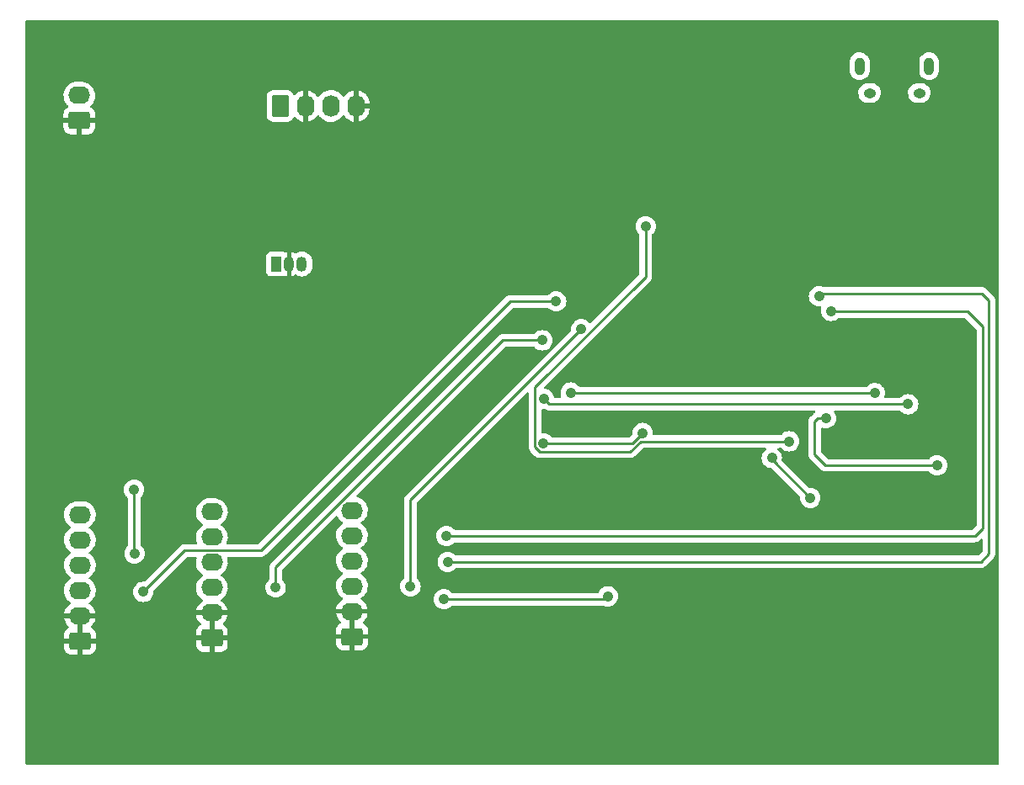
<source format=gbl>
%TF.GenerationSoftware,KiCad,Pcbnew,7.0.10*%
%TF.CreationDate,2024-03-26T17:38:47-05:00*%
%TF.ProjectId,smart_helmet,736d6172-745f-4686-956c-6d65742e6b69,rev?*%
%TF.SameCoordinates,Original*%
%TF.FileFunction,Copper,L2,Bot*%
%TF.FilePolarity,Positive*%
%FSLAX46Y46*%
G04 Gerber Fmt 4.6, Leading zero omitted, Abs format (unit mm)*
G04 Created by KiCad (PCBNEW 7.0.10) date 2024-03-26 17:38:47*
%MOMM*%
%LPD*%
G01*
G04 APERTURE LIST*
G04 Aperture macros list*
%AMRoundRect*
0 Rectangle with rounded corners*
0 $1 Rounding radius*
0 $2 $3 $4 $5 $6 $7 $8 $9 X,Y pos of 4 corners*
0 Add a 4 corners polygon primitive as box body*
4,1,4,$2,$3,$4,$5,$6,$7,$8,$9,$2,$3,0*
0 Add four circle primitives for the rounded corners*
1,1,$1+$1,$2,$3*
1,1,$1+$1,$4,$5*
1,1,$1+$1,$6,$7*
1,1,$1+$1,$8,$9*
0 Add four rect primitives between the rounded corners*
20,1,$1+$1,$2,$3,$4,$5,0*
20,1,$1+$1,$4,$5,$6,$7,0*
20,1,$1+$1,$6,$7,$8,$9,0*
20,1,$1+$1,$8,$9,$2,$3,0*%
G04 Aperture macros list end*
%TA.AperFunction,ComponentPad*%
%ADD10RoundRect,0.250000X0.845000X-0.620000X0.845000X0.620000X-0.845000X0.620000X-0.845000X-0.620000X0*%
%TD*%
%TA.AperFunction,ComponentPad*%
%ADD11O,2.190000X1.740000*%
%TD*%
%TA.AperFunction,ComponentPad*%
%ADD12RoundRect,0.250000X-0.620000X-0.845000X0.620000X-0.845000X0.620000X0.845000X-0.620000X0.845000X0*%
%TD*%
%TA.AperFunction,ComponentPad*%
%ADD13O,1.740000X2.190000*%
%TD*%
%TA.AperFunction,ComponentPad*%
%ADD14R,1.070000X1.500000*%
%TD*%
%TA.AperFunction,ComponentPad*%
%ADD15O,1.070000X1.500000*%
%TD*%
%TA.AperFunction,ComponentPad*%
%ADD16O,1.016000X1.778000*%
%TD*%
%TA.AperFunction,ComponentPad*%
%ADD17O,1.250000X0.950000*%
%TD*%
%TA.AperFunction,ViaPad*%
%ADD18C,1.041400*%
%TD*%
%TA.AperFunction,Conductor*%
%ADD19C,0.254000*%
%TD*%
G04 APERTURE END LIST*
D10*
%TO.P,SensorConn3,1,Pin_1*%
%TO.N,GND*%
X162635669Y-113132694D03*
D11*
%TO.P,SensorConn3,2,Pin_2*%
X162635669Y-110592694D03*
%TO.P,SensorConn3,3,Pin_3*%
%TO.N,/GPIO7*%
X162635669Y-108052694D03*
%TO.P,SensorConn3,4,Pin_4*%
%TO.N,/CAMERA_SCL*%
X162635669Y-105512694D03*
%TO.P,SensorConn3,5,Pin_5*%
%TO.N,/CAMERA_SDA*%
X162635669Y-102972694D03*
%TO.P,SensorConn3,6,Pin_6*%
%TO.N,+3V3*%
X162635669Y-100432694D03*
%TD*%
D10*
%TO.P,Injector1,1,Pin_1*%
%TO.N,GND*%
X135243207Y-61213213D03*
D11*
%TO.P,Injector1,2,Pin_2*%
%TO.N,Net-(BuckConv1-Pin_1)*%
X135243207Y-58673213D03*
%TD*%
D10*
%TO.P,SensorConn1,1,Pin_1*%
%TO.N,GND*%
X135293817Y-113581960D03*
D11*
%TO.P,SensorConn1,2,Pin_2*%
X135293817Y-111041960D03*
%TO.P,SensorConn1,3,Pin_3*%
%TO.N,/GPIO5*%
X135293817Y-108501960D03*
%TO.P,SensorConn1,4,Pin_4*%
%TO.N,/CAMERA_SCL*%
X135293817Y-105961960D03*
%TO.P,SensorConn1,5,Pin_5*%
%TO.N,/CAMERA_SDA*%
X135293817Y-103421960D03*
%TO.P,SensorConn1,6,Pin_6*%
%TO.N,+3V3*%
X135293817Y-100881960D03*
%TD*%
D10*
%TO.P,SensorConn2,1,Pin_1*%
%TO.N,GND*%
X148566087Y-113294023D03*
D11*
%TO.P,SensorConn2,2,Pin_2*%
X148566087Y-110754023D03*
%TO.P,SensorConn2,3,Pin_3*%
%TO.N,/GPIO6*%
X148566087Y-108214023D03*
%TO.P,SensorConn2,4,Pin_4*%
%TO.N,/CAMERA_SCL*%
X148566087Y-105674023D03*
%TO.P,SensorConn2,5,Pin_5*%
%TO.N,/CAMERA_SDA*%
X148566087Y-103134023D03*
%TO.P,SensorConn2,6,Pin_6*%
%TO.N,+3V3*%
X148566087Y-100594023D03*
%TD*%
D12*
%TO.P,BuckConv1,1,Pin_1*%
%TO.N,Net-(BuckConv1-Pin_1)*%
X155436600Y-59745523D03*
D13*
%TO.P,BuckConv1,2,Pin_2*%
%TO.N,GND*%
X157976600Y-59745523D03*
%TO.P,BuckConv1,3,Pin_3*%
%TO.N,Net-(BuckConv1-Pin_3)*%
X160516600Y-59745523D03*
%TO.P,BuckConv1,4,Pin_4*%
%TO.N,GND*%
X163056600Y-59745523D03*
%TD*%
D14*
%TO.P,U4,1,VI*%
%TO.N,Net-(BuckConv1-Pin_3)*%
X155072830Y-75637066D03*
D15*
%TO.P,U4,2,GND*%
%TO.N,GND*%
X156342830Y-75637066D03*
%TO.P,U4,3,VO*%
%TO.N,+3V3*%
X157612830Y-75637066D03*
%TD*%
D16*
%TO.P,J1,6,Shield*%
%TO.N,unconnected-(J1-Shield-Pad6)*%
X220685347Y-55734667D03*
D17*
X219685347Y-58434667D03*
X214685347Y-58434667D03*
D16*
X213685347Y-55734667D03*
%TD*%
D18*
%TO.N,GND*%
X169164000Y-77724000D03*
X194818000Y-114046000D03*
X155956000Y-98044000D03*
%TO.N,/CHIP_PU*%
X206603408Y-93486600D03*
X192175044Y-71856558D03*
%TO.N,/D+*%
X215221881Y-88627896D03*
X184639752Y-88577885D03*
%TO.N,/D-*%
X218572662Y-89753159D03*
X181964129Y-89228036D03*
%TO.N,/RTS*%
X210295733Y-91170156D03*
X221481674Y-95904593D03*
%TO.N,Net-(Q1-C)*%
X204861133Y-95171088D03*
X208728701Y-99188692D03*
%TO.N,/CAMERA_SCL*%
X140785020Y-104777894D03*
X209607414Y-78888785D03*
X172273711Y-105620016D03*
X140735008Y-98343061D03*
%TO.N,/CAMERA_SDA*%
X172148682Y-103019410D03*
X210807694Y-80364129D03*
%TO.N,/GPIO46_STRAPPING*%
X181900955Y-93698158D03*
X191878281Y-92647913D03*
%TO.N,/GPIO3_STRAPPING*%
X188377465Y-109076742D03*
X171898624Y-109376812D03*
%TO.N,/GPIO5*%
X141664478Y-108639122D03*
X183174154Y-79407308D03*
%TO.N,/GPIO6*%
X154975600Y-108201538D03*
X181781848Y-83320739D03*
%TO.N,/GPIO7*%
X185696779Y-82212085D03*
X168526110Y-108084782D03*
%TD*%
D19*
%TO.N,/CAMERA_SCL*%
X225961227Y-78588715D02*
X209907484Y-78588715D01*
X226695000Y-104786219D02*
X226695000Y-79322488D01*
X209907484Y-78588715D02*
X209607414Y-78888785D01*
X225861203Y-105620016D02*
X226695000Y-104786219D01*
X226695000Y-79322488D02*
X225961227Y-78588715D01*
X172273711Y-105620016D02*
X225861203Y-105620016D01*
%TO.N,/CAMERA_SDA*%
X210882711Y-80439146D02*
X210807694Y-80364129D01*
X224535894Y-80439146D02*
X210882711Y-80439146D01*
X226060000Y-81963252D02*
X224535894Y-80439146D01*
X226060000Y-102235000D02*
X226060000Y-81963252D01*
X225275590Y-103019410D02*
X226060000Y-102235000D01*
X172148682Y-103019410D02*
X225275590Y-103019410D01*
%TO.N,/CHIP_PU*%
X192175044Y-76932649D02*
X181053255Y-88054438D01*
X206578402Y-93511606D02*
X206603408Y-93486600D01*
X181053255Y-88054438D02*
X181053255Y-94049287D01*
X181549826Y-94545858D02*
X190622389Y-94545858D01*
X181053255Y-94049287D02*
X181549826Y-94545858D01*
X191656641Y-93511606D02*
X206578402Y-93511606D01*
X190622389Y-94545858D02*
X191656641Y-93511606D01*
X192175044Y-71856558D02*
X192175044Y-76932649D01*
%TO.N,/D+*%
X184689763Y-88627896D02*
X184639752Y-88577885D01*
X215221881Y-88627896D02*
X184689763Y-88627896D01*
%TO.N,/D-*%
X218572662Y-89753159D02*
X182489252Y-89753159D01*
X182489252Y-89753159D02*
X181964129Y-89228036D01*
%TO.N,/RTS*%
X209478875Y-91170156D02*
X210295733Y-91170156D01*
X210262392Y-95904593D02*
X209145465Y-94787666D01*
X209145465Y-91503566D02*
X209228817Y-91420214D01*
X221481674Y-95904593D02*
X210262392Y-95904593D01*
X209228817Y-91420214D02*
X209478875Y-91170156D01*
X209145465Y-94787666D02*
X209145465Y-91503566D01*
%TO.N,Net-(Q1-C)*%
X204861133Y-95321124D02*
X204861133Y-95171088D01*
X208728701Y-99188692D02*
X204861133Y-95321124D01*
%TO.N,/CAMERA_SCL*%
X140735008Y-98343061D02*
X140735008Y-104727882D01*
X140735008Y-104727882D02*
X140785020Y-104777894D01*
%TO.N,/GPIO46_STRAPPING*%
X181900955Y-93698158D02*
X190828036Y-93698158D01*
X190828036Y-93698158D02*
X191878281Y-92647913D01*
%TO.N,/GPIO3_STRAPPING*%
X188077395Y-109376812D02*
X188377465Y-109076742D01*
X171898624Y-109376812D02*
X188077395Y-109376812D01*
%TO.N,/GPIO5*%
X145826577Y-104477023D02*
X153512314Y-104477023D01*
X141664478Y-108639122D02*
X145826577Y-104477023D01*
X153512314Y-104477023D02*
X178582029Y-79407308D01*
X178582029Y-79407308D02*
X183174154Y-79407308D01*
%TO.N,/GPIO6*%
X154975600Y-108201538D02*
X154975600Y-106174949D01*
X154975600Y-106174949D02*
X177829810Y-83320739D01*
X177829810Y-83320739D02*
X181781848Y-83320739D01*
%TO.N,/GPIO7*%
X168526110Y-108084782D02*
X168526110Y-99382754D01*
X168526110Y-99382754D02*
X185696779Y-82212085D01*
%TD*%
%TA.AperFunction,Conductor*%
%TO.N,GND*%
G36*
X135543817Y-113094841D02*
G01*
X135513429Y-113076362D01*
X135368877Y-113035860D01*
X135256464Y-113035860D01*
X135145096Y-113051167D01*
X135043817Y-113095158D01*
X135043817Y-111529078D01*
X135074205Y-111547558D01*
X135218757Y-111588060D01*
X135331170Y-111588060D01*
X135442538Y-111572753D01*
X135543817Y-111528761D01*
X135543817Y-113094841D01*
G37*
%TD.AperFunction*%
%TA.AperFunction,Conductor*%
G36*
X148816087Y-112806904D02*
G01*
X148785699Y-112788425D01*
X148641147Y-112747923D01*
X148528734Y-112747923D01*
X148417366Y-112763230D01*
X148316087Y-112807221D01*
X148316087Y-111241141D01*
X148346475Y-111259621D01*
X148491027Y-111300123D01*
X148603440Y-111300123D01*
X148714808Y-111284816D01*
X148816087Y-111240824D01*
X148816087Y-112806904D01*
G37*
%TD.AperFunction*%
%TA.AperFunction,Conductor*%
G36*
X162885669Y-112645575D02*
G01*
X162855281Y-112627096D01*
X162710729Y-112586594D01*
X162598316Y-112586594D01*
X162486948Y-112601901D01*
X162385669Y-112645892D01*
X162385669Y-111079812D01*
X162416057Y-111098292D01*
X162560609Y-111138794D01*
X162673022Y-111138794D01*
X162784390Y-111123487D01*
X162885669Y-111079495D01*
X162885669Y-112645575D01*
G37*
%TD.AperFunction*%
%TA.AperFunction,Conductor*%
G36*
X227607540Y-51120184D02*
G01*
X227653295Y-51172988D01*
X227664501Y-51224499D01*
X227664501Y-125940501D01*
X227644816Y-126007540D01*
X227592012Y-126053295D01*
X227540501Y-126064501D01*
X129964499Y-126064501D01*
X129897460Y-126044816D01*
X129851705Y-125992012D01*
X129840499Y-125940501D01*
X129840499Y-108443584D01*
X133694601Y-108443584D01*
X133704502Y-108676660D01*
X133704503Y-108676669D01*
X133753653Y-108904726D01*
X133753654Y-108904729D01*
X133810308Y-109045716D01*
X133840638Y-109121195D01*
X133962955Y-109319851D01*
X134114750Y-109492324D01*
X134117087Y-109494979D01*
X134117090Y-109494982D01*
X134298590Y-109641533D01*
X134298596Y-109641538D01*
X134339407Y-109664336D01*
X134388334Y-109714216D01*
X134402526Y-109782629D01*
X134377478Y-109847855D01*
X134348370Y-109875325D01*
X134205045Y-109972195D01*
X134036677Y-110133563D01*
X134036676Y-110133564D01*
X133898006Y-110321057D01*
X133793013Y-110529298D01*
X133724723Y-110752289D01*
X133719643Y-110791959D01*
X133719644Y-110791960D01*
X134803104Y-110791960D01*
X134754113Y-110929808D01*
X134743868Y-111079578D01*
X134774411Y-111226557D01*
X134808300Y-111291960D01*
X133721241Y-111291960D01*
X133754133Y-111444579D01*
X133754133Y-111444580D01*
X133841084Y-111660965D01*
X133963358Y-111859552D01*
X134117433Y-112034615D01*
X134158048Y-112067409D01*
X134197841Y-112124840D01*
X134200268Y-112194668D01*
X134164557Y-112254722D01*
X134132562Y-112276264D01*
X134129703Y-112277596D01*
X133980471Y-112369644D01*
X133856501Y-112493614D01*
X133764460Y-112642835D01*
X133764458Y-112642840D01*
X133709311Y-112809262D01*
X133709310Y-112809269D01*
X133698817Y-112911973D01*
X133698817Y-113331960D01*
X134803104Y-113331960D01*
X134754113Y-113469808D01*
X134743868Y-113619578D01*
X134774411Y-113766557D01*
X134808300Y-113831960D01*
X133698818Y-113831960D01*
X133698818Y-114251946D01*
X133709311Y-114354657D01*
X133764458Y-114521079D01*
X133764460Y-114521084D01*
X133856501Y-114670305D01*
X133980471Y-114794275D01*
X134129692Y-114886316D01*
X134129697Y-114886318D01*
X134296119Y-114941465D01*
X134296126Y-114941466D01*
X134398836Y-114951959D01*
X135043816Y-114951959D01*
X135043817Y-114951958D01*
X135043817Y-114069078D01*
X135074205Y-114087558D01*
X135218757Y-114128060D01*
X135331170Y-114128060D01*
X135442538Y-114112753D01*
X135543817Y-114068761D01*
X135543817Y-114951959D01*
X136188789Y-114951959D01*
X136188803Y-114951958D01*
X136291514Y-114941465D01*
X136457936Y-114886318D01*
X136457941Y-114886316D01*
X136607162Y-114794275D01*
X136731132Y-114670305D01*
X136823173Y-114521084D01*
X136823175Y-114521079D01*
X136878322Y-114354657D01*
X136878323Y-114354650D01*
X136888816Y-114251946D01*
X136888817Y-114251933D01*
X136888817Y-113831960D01*
X135784530Y-113831960D01*
X135833521Y-113694112D01*
X135843766Y-113544342D01*
X135813223Y-113397363D01*
X135779334Y-113331960D01*
X136888816Y-113331960D01*
X136888816Y-112911988D01*
X136888815Y-112911973D01*
X136878322Y-112809262D01*
X136823175Y-112642840D01*
X136823173Y-112642835D01*
X136731132Y-112493614D01*
X136607162Y-112369644D01*
X136457935Y-112277600D01*
X136455001Y-112276232D01*
X136453326Y-112274757D01*
X136451792Y-112273811D01*
X136451953Y-112273548D01*
X136402562Y-112230060D01*
X136383410Y-112162866D01*
X136403626Y-112095985D01*
X136421606Y-112074327D01*
X136550956Y-111950355D01*
X136550957Y-111950355D01*
X136689627Y-111762862D01*
X136794620Y-111554621D01*
X136862910Y-111331630D01*
X136867990Y-111291960D01*
X135784530Y-111291960D01*
X135833521Y-111154112D01*
X135843766Y-111004342D01*
X135813223Y-110857363D01*
X135779334Y-110791960D01*
X136866393Y-110791960D01*
X136866392Y-110791959D01*
X136833500Y-110639340D01*
X136833500Y-110639339D01*
X136746549Y-110422954D01*
X136624275Y-110224367D01*
X136470199Y-110049303D01*
X136470195Y-110049299D01*
X136288762Y-109902802D01*
X136288752Y-109902795D01*
X136248250Y-109880169D01*
X136199324Y-109830289D01*
X136185132Y-109761876D01*
X136210180Y-109696651D01*
X136239286Y-109669182D01*
X136382905Y-109572113D01*
X136551333Y-109410688D01*
X136690057Y-109223121D01*
X136795087Y-109014807D01*
X136863400Y-108791740D01*
X136882944Y-108639122D01*
X140638337Y-108639122D01*
X140658053Y-108839310D01*
X140669351Y-108876553D01*
X140716447Y-109031809D01*
X140810603Y-109207962D01*
X140811275Y-109209218D01*
X140938886Y-109364713D01*
X141066486Y-109469431D01*
X141094385Y-109492327D01*
X141271791Y-109587153D01*
X141464288Y-109645546D01*
X141664478Y-109665263D01*
X141864668Y-109645546D01*
X142057165Y-109587153D01*
X142234571Y-109492327D01*
X142390069Y-109364713D01*
X142517683Y-109209215D01*
X142612509Y-109031809D01*
X142670902Y-108839312D01*
X142690619Y-108639122D01*
X142683929Y-108571200D01*
X142696948Y-108502556D01*
X142719648Y-108471369D01*
X146050177Y-105140842D01*
X146111500Y-105107357D01*
X146137858Y-105104523D01*
X146914508Y-105104523D01*
X146981547Y-105124208D01*
X147027302Y-105177012D01*
X147037246Y-105246170D01*
X147033073Y-105264828D01*
X147028876Y-105278537D01*
X146996503Y-105384246D01*
X146966871Y-105615647D01*
X146976772Y-105848723D01*
X146976773Y-105848732D01*
X147025923Y-106076789D01*
X147025924Y-106076792D01*
X147112906Y-106293254D01*
X147112908Y-106293258D01*
X147235225Y-106491914D01*
X147315256Y-106582847D01*
X147389357Y-106667042D01*
X147389360Y-106667045D01*
X147570860Y-106813596D01*
X147570862Y-106813597D01*
X147570867Y-106813601D01*
X147611189Y-106836126D01*
X147660115Y-106886006D01*
X147674307Y-106954419D01*
X147649259Y-107019645D01*
X147620152Y-107047115D01*
X147476994Y-107143873D01*
X147308570Y-107305295D01*
X147308569Y-107305296D01*
X147169849Y-107492857D01*
X147064820Y-107701170D01*
X147064817Y-107701176D01*
X146996503Y-107924246D01*
X146966871Y-108155647D01*
X146976772Y-108388723D01*
X146976773Y-108388732D01*
X147025923Y-108616789D01*
X147025924Y-108616792D01*
X147103712Y-108810373D01*
X147112908Y-108833258D01*
X147235225Y-109031914D01*
X147362584Y-109176622D01*
X147389357Y-109207042D01*
X147389360Y-109207045D01*
X147570860Y-109353596D01*
X147570866Y-109353601D01*
X147611677Y-109376399D01*
X147660604Y-109426279D01*
X147674796Y-109494692D01*
X147649748Y-109559918D01*
X147620640Y-109587388D01*
X147477315Y-109684258D01*
X147308947Y-109845626D01*
X147308946Y-109845627D01*
X147170276Y-110033120D01*
X147065283Y-110241361D01*
X146996993Y-110464352D01*
X146991913Y-110504022D01*
X146991914Y-110504023D01*
X148075374Y-110504023D01*
X148026383Y-110641871D01*
X148016138Y-110791641D01*
X148046681Y-110938620D01*
X148080570Y-111004023D01*
X146993511Y-111004023D01*
X147026403Y-111156642D01*
X147026403Y-111156643D01*
X147113354Y-111373028D01*
X147235628Y-111571615D01*
X147389703Y-111746678D01*
X147430318Y-111779472D01*
X147470111Y-111836903D01*
X147472538Y-111906731D01*
X147436827Y-111966785D01*
X147404832Y-111988327D01*
X147401973Y-111989659D01*
X147252741Y-112081707D01*
X147128771Y-112205677D01*
X147036730Y-112354898D01*
X147036728Y-112354903D01*
X146981581Y-112521325D01*
X146981580Y-112521332D01*
X146971087Y-112624036D01*
X146971087Y-113044023D01*
X148075374Y-113044023D01*
X148026383Y-113181871D01*
X148016138Y-113331641D01*
X148046681Y-113478620D01*
X148080570Y-113544023D01*
X146971088Y-113544023D01*
X146971088Y-113964009D01*
X146981581Y-114066720D01*
X147036728Y-114233142D01*
X147036730Y-114233147D01*
X147128771Y-114382368D01*
X147252741Y-114506338D01*
X147401962Y-114598379D01*
X147401967Y-114598381D01*
X147568389Y-114653528D01*
X147568396Y-114653529D01*
X147671106Y-114664022D01*
X148316086Y-114664022D01*
X148316087Y-114664021D01*
X148316087Y-113781141D01*
X148346475Y-113799621D01*
X148491027Y-113840123D01*
X148603440Y-113840123D01*
X148714808Y-113824816D01*
X148816087Y-113780824D01*
X148816087Y-114664022D01*
X149461059Y-114664022D01*
X149461073Y-114664021D01*
X149563784Y-114653528D01*
X149730206Y-114598381D01*
X149730211Y-114598379D01*
X149879432Y-114506338D01*
X150003402Y-114382368D01*
X150095443Y-114233147D01*
X150095445Y-114233142D01*
X150150592Y-114066720D01*
X150150593Y-114066713D01*
X150161086Y-113964009D01*
X150161087Y-113963996D01*
X150161087Y-113544023D01*
X149056800Y-113544023D01*
X149105791Y-113406175D01*
X149116036Y-113256405D01*
X149085493Y-113109426D01*
X149051604Y-113044023D01*
X150161086Y-113044023D01*
X150161086Y-112624051D01*
X150161085Y-112624036D01*
X150150592Y-112521325D01*
X150095445Y-112354903D01*
X150095443Y-112354898D01*
X150003402Y-112205677D01*
X149879432Y-112081707D01*
X149730205Y-111989663D01*
X149727271Y-111988295D01*
X149725596Y-111986820D01*
X149724062Y-111985874D01*
X149724223Y-111985611D01*
X149674832Y-111942123D01*
X149655680Y-111874929D01*
X149675896Y-111808048D01*
X149693876Y-111786390D01*
X149823226Y-111662418D01*
X149823227Y-111662418D01*
X149961897Y-111474925D01*
X150066890Y-111266684D01*
X150135180Y-111043693D01*
X150140260Y-111004023D01*
X149056800Y-111004023D01*
X149105791Y-110866175D01*
X149116036Y-110716405D01*
X149085493Y-110569426D01*
X149051604Y-110504023D01*
X150138663Y-110504023D01*
X150138662Y-110504022D01*
X150105770Y-110351403D01*
X150105770Y-110351402D01*
X150018819Y-110135017D01*
X149896545Y-109936430D01*
X149742469Y-109761366D01*
X149742465Y-109761362D01*
X149561032Y-109614865D01*
X149561022Y-109614858D01*
X149520520Y-109592232D01*
X149471594Y-109542352D01*
X149457402Y-109473939D01*
X149482450Y-109408714D01*
X149511556Y-109381245D01*
X149655175Y-109284176D01*
X149823603Y-109122751D01*
X149962327Y-108935184D01*
X150067357Y-108726870D01*
X150135670Y-108503803D01*
X150165303Y-108272399D01*
X150163391Y-108227403D01*
X150162292Y-108201538D01*
X153949459Y-108201538D01*
X153969175Y-108401726D01*
X153980462Y-108438933D01*
X154027569Y-108594225D01*
X154110465Y-108749312D01*
X154122397Y-108771634D01*
X154250008Y-108927129D01*
X154405503Y-109054740D01*
X154405507Y-109054743D01*
X154582913Y-109149569D01*
X154775410Y-109207962D01*
X154975600Y-109227679D01*
X155175790Y-109207962D01*
X155368287Y-109149569D01*
X155545693Y-109054743D01*
X155701191Y-108927129D01*
X155828805Y-108771631D01*
X155923631Y-108594225D01*
X155982024Y-108401728D01*
X156001741Y-108201538D01*
X155982024Y-108001348D01*
X155923631Y-107808851D01*
X155828805Y-107631445D01*
X155798724Y-107594791D01*
X155701193Y-107475949D01*
X155648435Y-107432651D01*
X155609101Y-107374905D01*
X155603100Y-107336798D01*
X155603100Y-106486229D01*
X155622785Y-106419190D01*
X155639414Y-106398553D01*
X160996647Y-101041319D01*
X161057968Y-101007836D01*
X161127660Y-101012820D01*
X161183593Y-101054692D01*
X161189905Y-101063972D01*
X161304807Y-101250585D01*
X161446794Y-101411914D01*
X161458939Y-101425713D01*
X161458942Y-101425716D01*
X161640442Y-101572267D01*
X161640444Y-101572268D01*
X161640449Y-101572272D01*
X161680771Y-101594797D01*
X161729697Y-101644677D01*
X161743889Y-101713090D01*
X161718841Y-101778316D01*
X161689734Y-101805786D01*
X161546576Y-101902544D01*
X161378152Y-102063966D01*
X161378151Y-102063967D01*
X161239431Y-102251528D01*
X161134402Y-102459841D01*
X161134399Y-102459847D01*
X161066085Y-102682917D01*
X161036453Y-102914318D01*
X161046354Y-103147394D01*
X161046355Y-103147403D01*
X161095505Y-103375460D01*
X161095506Y-103375463D01*
X161181515Y-103589503D01*
X161182490Y-103591929D01*
X161304807Y-103790585D01*
X161449466Y-103954950D01*
X161458939Y-103965713D01*
X161458942Y-103965716D01*
X161640442Y-104112267D01*
X161640444Y-104112268D01*
X161640449Y-104112272D01*
X161680771Y-104134797D01*
X161729697Y-104184677D01*
X161743889Y-104253090D01*
X161718841Y-104318316D01*
X161689734Y-104345786D01*
X161546576Y-104442544D01*
X161378152Y-104603966D01*
X161378151Y-104603967D01*
X161239431Y-104791528D01*
X161134402Y-104999841D01*
X161134399Y-104999847D01*
X161066085Y-105222917D01*
X161036453Y-105454318D01*
X161046354Y-105687394D01*
X161046355Y-105687403D01*
X161095505Y-105915460D01*
X161095506Y-105915463D01*
X161179932Y-106125564D01*
X161182490Y-106131929D01*
X161304807Y-106330585D01*
X161446794Y-106491914D01*
X161458939Y-106505713D01*
X161458942Y-106505716D01*
X161640442Y-106652267D01*
X161640444Y-106652268D01*
X161640449Y-106652272D01*
X161680771Y-106674797D01*
X161729697Y-106724677D01*
X161743889Y-106793090D01*
X161718841Y-106858316D01*
X161689734Y-106885786D01*
X161546576Y-106982544D01*
X161378152Y-107143966D01*
X161378151Y-107143967D01*
X161239431Y-107331528D01*
X161134402Y-107539841D01*
X161134399Y-107539847D01*
X161066085Y-107762917D01*
X161036453Y-107994318D01*
X161046354Y-108227394D01*
X161046355Y-108227403D01*
X161095505Y-108455460D01*
X161095506Y-108455463D01*
X161175637Y-108654875D01*
X161182490Y-108671929D01*
X161304807Y-108870585D01*
X161458938Y-109045712D01*
X161458939Y-109045713D01*
X161458942Y-109045716D01*
X161640442Y-109192267D01*
X161640448Y-109192272D01*
X161681259Y-109215070D01*
X161730186Y-109264950D01*
X161744378Y-109333363D01*
X161719330Y-109398589D01*
X161690222Y-109426059D01*
X161546897Y-109522929D01*
X161378529Y-109684297D01*
X161378528Y-109684298D01*
X161239858Y-109871791D01*
X161134865Y-110080032D01*
X161066575Y-110303023D01*
X161061495Y-110342693D01*
X161061496Y-110342694D01*
X162144956Y-110342694D01*
X162095965Y-110480542D01*
X162085720Y-110630312D01*
X162116263Y-110777291D01*
X162150152Y-110842694D01*
X161063093Y-110842694D01*
X161095985Y-110995313D01*
X161095985Y-110995314D01*
X161182936Y-111211699D01*
X161305210Y-111410286D01*
X161459285Y-111585349D01*
X161499900Y-111618143D01*
X161539693Y-111675574D01*
X161542120Y-111745402D01*
X161506409Y-111805456D01*
X161474414Y-111826998D01*
X161471555Y-111828330D01*
X161322323Y-111920378D01*
X161198353Y-112044348D01*
X161106312Y-112193569D01*
X161106310Y-112193574D01*
X161051163Y-112359996D01*
X161051162Y-112360003D01*
X161040669Y-112462707D01*
X161040669Y-112882694D01*
X162144956Y-112882694D01*
X162095965Y-113020542D01*
X162085720Y-113170312D01*
X162116263Y-113317291D01*
X162150152Y-113382694D01*
X161040670Y-113382694D01*
X161040670Y-113802680D01*
X161051163Y-113905391D01*
X161106310Y-114071813D01*
X161106312Y-114071818D01*
X161198353Y-114221039D01*
X161322323Y-114345009D01*
X161471544Y-114437050D01*
X161471549Y-114437052D01*
X161637971Y-114492199D01*
X161637978Y-114492200D01*
X161740688Y-114502693D01*
X162385668Y-114502693D01*
X162385669Y-114502692D01*
X162385669Y-113619812D01*
X162416057Y-113638292D01*
X162560609Y-113678794D01*
X162673022Y-113678794D01*
X162784390Y-113663487D01*
X162885669Y-113619495D01*
X162885669Y-114502693D01*
X163530641Y-114502693D01*
X163530655Y-114502692D01*
X163633366Y-114492199D01*
X163799788Y-114437052D01*
X163799793Y-114437050D01*
X163949014Y-114345009D01*
X164072984Y-114221039D01*
X164165025Y-114071818D01*
X164165027Y-114071813D01*
X164220174Y-113905391D01*
X164220175Y-113905384D01*
X164230668Y-113802680D01*
X164230669Y-113802667D01*
X164230669Y-113382694D01*
X163126382Y-113382694D01*
X163175373Y-113244846D01*
X163185618Y-113095076D01*
X163155075Y-112948097D01*
X163121186Y-112882694D01*
X164230668Y-112882694D01*
X164230668Y-112462722D01*
X164230667Y-112462707D01*
X164220174Y-112359996D01*
X164165027Y-112193574D01*
X164165025Y-112193569D01*
X164072984Y-112044348D01*
X163949014Y-111920378D01*
X163799787Y-111828334D01*
X163796853Y-111826966D01*
X163795178Y-111825491D01*
X163793644Y-111824545D01*
X163793805Y-111824282D01*
X163744414Y-111780794D01*
X163725262Y-111713600D01*
X163745478Y-111646719D01*
X163763458Y-111625061D01*
X163892808Y-111501089D01*
X163892809Y-111501089D01*
X164031479Y-111313596D01*
X164136472Y-111105355D01*
X164204762Y-110882364D01*
X164209842Y-110842694D01*
X163126382Y-110842694D01*
X163175373Y-110704846D01*
X163185618Y-110555076D01*
X163155075Y-110408097D01*
X163121186Y-110342694D01*
X164208245Y-110342694D01*
X164208244Y-110342693D01*
X164175352Y-110190074D01*
X164175352Y-110190073D01*
X164088401Y-109973688D01*
X163966127Y-109775101D01*
X163812051Y-109600037D01*
X163812047Y-109600033D01*
X163630614Y-109453536D01*
X163630604Y-109453529D01*
X163590102Y-109430903D01*
X163541176Y-109381023D01*
X163540302Y-109376812D01*
X170872483Y-109376812D01*
X170892199Y-109577000D01*
X170920162Y-109669181D01*
X170950593Y-109769499D01*
X171021845Y-109902802D01*
X171045421Y-109946908D01*
X171173032Y-110102403D01*
X171279859Y-110190073D01*
X171328531Y-110230017D01*
X171505937Y-110324843D01*
X171698434Y-110383236D01*
X171898624Y-110402953D01*
X172098814Y-110383236D01*
X172291311Y-110324843D01*
X172468717Y-110230017D01*
X172624215Y-110102403D01*
X172667510Y-110049648D01*
X172725256Y-110010313D01*
X172763364Y-110004312D01*
X187915438Y-110004312D01*
X187973893Y-110018955D01*
X187984778Y-110024773D01*
X188177275Y-110083166D01*
X188377465Y-110102883D01*
X188577655Y-110083166D01*
X188770152Y-110024773D01*
X188947558Y-109929947D01*
X189103056Y-109802333D01*
X189230670Y-109646835D01*
X189325496Y-109469429D01*
X189383889Y-109276932D01*
X189403606Y-109076742D01*
X189383889Y-108876552D01*
X189325496Y-108684055D01*
X189230670Y-108506649D01*
X189230667Y-108506645D01*
X189103056Y-108351150D01*
X188947561Y-108223539D01*
X188947559Y-108223538D01*
X188947558Y-108223537D01*
X188770152Y-108128711D01*
X188625337Y-108084782D01*
X188577653Y-108070317D01*
X188377465Y-108050601D01*
X188177276Y-108070317D01*
X187984775Y-108128712D01*
X187807368Y-108223539D01*
X187651873Y-108351150D01*
X187524262Y-108506645D01*
X187429588Y-108683766D01*
X187380625Y-108733610D01*
X187320230Y-108749312D01*
X172763364Y-108749312D01*
X172696325Y-108729627D01*
X172667510Y-108703976D01*
X172624214Y-108651220D01*
X172468720Y-108523609D01*
X172468718Y-108523608D01*
X172468717Y-108523607D01*
X172291311Y-108428781D01*
X172195062Y-108399584D01*
X172098812Y-108370387D01*
X171898624Y-108350671D01*
X171698435Y-108370387D01*
X171505934Y-108428782D01*
X171328527Y-108523609D01*
X171173032Y-108651220D01*
X171045421Y-108806715D01*
X170950594Y-108984122D01*
X170892199Y-109176623D01*
X170872483Y-109376812D01*
X163540302Y-109376812D01*
X163526984Y-109312610D01*
X163552032Y-109247385D01*
X163581138Y-109219916D01*
X163724757Y-109122847D01*
X163893185Y-108961422D01*
X164031909Y-108773855D01*
X164136939Y-108565541D01*
X164205252Y-108342474D01*
X164234885Y-108111070D01*
X164234380Y-108099193D01*
X164233768Y-108084782D01*
X167499969Y-108084782D01*
X167519685Y-108284970D01*
X167548882Y-108381220D01*
X167578079Y-108477469D01*
X167670951Y-108651220D01*
X167672907Y-108654878D01*
X167800518Y-108810373D01*
X167952606Y-108935188D01*
X167956017Y-108937987D01*
X168133423Y-109032813D01*
X168325920Y-109091206D01*
X168526110Y-109110923D01*
X168726300Y-109091206D01*
X168918797Y-109032813D01*
X169096203Y-108937987D01*
X169251701Y-108810373D01*
X169379315Y-108654875D01*
X169474141Y-108477469D01*
X169532534Y-108284972D01*
X169552251Y-108084782D01*
X169532534Y-107884592D01*
X169474141Y-107692095D01*
X169379315Y-107514689D01*
X169374597Y-107508940D01*
X169251703Y-107359193D01*
X169198945Y-107315895D01*
X169159611Y-107258149D01*
X169153610Y-107220042D01*
X169153610Y-103019410D01*
X171122541Y-103019410D01*
X171142257Y-103219598D01*
X171164558Y-103293114D01*
X171200651Y-103412097D01*
X171292890Y-103584664D01*
X171295479Y-103589506D01*
X171423090Y-103745001D01*
X171568590Y-103864409D01*
X171578589Y-103872615D01*
X171755995Y-103967441D01*
X171948492Y-104025834D01*
X172148682Y-104045551D01*
X172348872Y-104025834D01*
X172541369Y-103967441D01*
X172718775Y-103872615D01*
X172874273Y-103745001D01*
X172917568Y-103692246D01*
X172975314Y-103652911D01*
X173013422Y-103646910D01*
X225192623Y-103646910D01*
X225208271Y-103648637D01*
X225208298Y-103648356D01*
X225216065Y-103649090D01*
X225216066Y-103649089D01*
X225216067Y-103649090D01*
X225283509Y-103646971D01*
X225287403Y-103646910D01*
X225315062Y-103646910D01*
X225315066Y-103646910D01*
X225319064Y-103646404D01*
X225330704Y-103645487D01*
X225374533Y-103644111D01*
X225393862Y-103638494D01*
X225412918Y-103634547D01*
X225432883Y-103632026D01*
X225473645Y-103615886D01*
X225484682Y-103612108D01*
X225526781Y-103599878D01*
X225544105Y-103589631D01*
X225561573Y-103581073D01*
X225580293Y-103573663D01*
X225615767Y-103547888D01*
X225625505Y-103541491D01*
X225663246Y-103519173D01*
X225677487Y-103504930D01*
X225692268Y-103492307D01*
X225708557Y-103480473D01*
X225736494Y-103446700D01*
X225744336Y-103438081D01*
X225855821Y-103326596D01*
X225917142Y-103293114D01*
X225986834Y-103298098D01*
X226042767Y-103339970D01*
X226067184Y-103405434D01*
X226067500Y-103414280D01*
X226067500Y-104474938D01*
X226047815Y-104541977D01*
X226031181Y-104562619D01*
X225637603Y-104956197D01*
X225576280Y-104989682D01*
X225549922Y-104992516D01*
X173138451Y-104992516D01*
X173071412Y-104972831D01*
X173042597Y-104947180D01*
X172999301Y-104894424D01*
X172843807Y-104766813D01*
X172843805Y-104766812D01*
X172843804Y-104766811D01*
X172666398Y-104671985D01*
X172540990Y-104633943D01*
X172473899Y-104613591D01*
X172273711Y-104593875D01*
X172073522Y-104613591D01*
X171881021Y-104671986D01*
X171703614Y-104766813D01*
X171548119Y-104894424D01*
X171420508Y-105049919D01*
X171325681Y-105227326D01*
X171267286Y-105419827D01*
X171247570Y-105620016D01*
X171267286Y-105820204D01*
X171277231Y-105852987D01*
X171325680Y-106012703D01*
X171418777Y-106186875D01*
X171420508Y-106190112D01*
X171548119Y-106345607D01*
X171703614Y-106473218D01*
X171703618Y-106473221D01*
X171881024Y-106568047D01*
X172073521Y-106626440D01*
X172273711Y-106646157D01*
X172473901Y-106626440D01*
X172666398Y-106568047D01*
X172843804Y-106473221D01*
X172999302Y-106345607D01*
X173042597Y-106292852D01*
X173100343Y-106253517D01*
X173138451Y-106247516D01*
X225778236Y-106247516D01*
X225793884Y-106249243D01*
X225793911Y-106248962D01*
X225801678Y-106249696D01*
X225801679Y-106249695D01*
X225801680Y-106249696D01*
X225869122Y-106247577D01*
X225873016Y-106247516D01*
X225900675Y-106247516D01*
X225900679Y-106247516D01*
X225904677Y-106247010D01*
X225916317Y-106246093D01*
X225960146Y-106244717D01*
X225979475Y-106239100D01*
X225998531Y-106235153D01*
X226018496Y-106232632D01*
X226059258Y-106216492D01*
X226070295Y-106212714D01*
X226112394Y-106200484D01*
X226129718Y-106190237D01*
X226147186Y-106181679D01*
X226165906Y-106174269D01*
X226201380Y-106148494D01*
X226211118Y-106142097D01*
X226248859Y-106119779D01*
X226263100Y-106105536D01*
X226277881Y-106092913D01*
X226294170Y-106081079D01*
X226322107Y-106047306D01*
X226329959Y-106038677D01*
X227080043Y-105288593D01*
X227092325Y-105278756D01*
X227092144Y-105278537D01*
X227098157Y-105273561D01*
X227098162Y-105273559D01*
X227144384Y-105224335D01*
X227147033Y-105221603D01*
X227166623Y-105202015D01*
X227169096Y-105198825D01*
X227176682Y-105189941D01*
X227206693Y-105157986D01*
X227216389Y-105140347D01*
X227227073Y-105124080D01*
X227239408Y-105108181D01*
X227256822Y-105067937D01*
X227261944Y-105057481D01*
X227283072Y-105019053D01*
X227288076Y-104999557D01*
X227294378Y-104981152D01*
X227302374Y-104962678D01*
X227309231Y-104919373D01*
X227311594Y-104907963D01*
X227322500Y-104865491D01*
X227322500Y-104845360D01*
X227324027Y-104825960D01*
X227324594Y-104822379D01*
X227327175Y-104806086D01*
X227323050Y-104762449D01*
X227322500Y-104750780D01*
X227322500Y-79405452D01*
X227324228Y-79389801D01*
X227323946Y-79389775D01*
X227324680Y-79382012D01*
X227322561Y-79314569D01*
X227322500Y-79310675D01*
X227322500Y-79283018D01*
X227322500Y-79283012D01*
X227321993Y-79279007D01*
X227321077Y-79267359D01*
X227319701Y-79223546D01*
X227314082Y-79204206D01*
X227310139Y-79185173D01*
X227307616Y-79165195D01*
X227291481Y-79124443D01*
X227287698Y-79113395D01*
X227275468Y-79071297D01*
X227275467Y-79071295D01*
X227265225Y-79053977D01*
X227256662Y-79036499D01*
X227249253Y-79017785D01*
X227246952Y-79014618D01*
X227223485Y-78982320D01*
X227217073Y-78972557D01*
X227194765Y-78934835D01*
X227194759Y-78934827D01*
X227180531Y-78920600D01*
X227167896Y-78905808D01*
X227156063Y-78889521D01*
X227156060Y-78889519D01*
X227156060Y-78889518D01*
X227156058Y-78889516D01*
X227122287Y-78861578D01*
X227113647Y-78853716D01*
X226463603Y-78203672D01*
X226453758Y-78191383D01*
X226453540Y-78191564D01*
X226448567Y-78185553D01*
X226399380Y-78139363D01*
X226396581Y-78136650D01*
X226377024Y-78117092D01*
X226373834Y-78114618D01*
X226364943Y-78107025D01*
X226332995Y-78077023D01*
X226332990Y-78077019D01*
X226315349Y-78067321D01*
X226299084Y-78056637D01*
X226283190Y-78044308D01*
X226283189Y-78044307D01*
X226242962Y-78026899D01*
X226232474Y-78021760D01*
X226194065Y-78000644D01*
X226194055Y-78000641D01*
X226174561Y-77995635D01*
X226156160Y-77989335D01*
X226137686Y-77981341D01*
X226137679Y-77981339D01*
X226094400Y-77974485D01*
X226082960Y-77972116D01*
X226040506Y-77961215D01*
X226040499Y-77961215D01*
X226020369Y-77961215D01*
X226000970Y-77959688D01*
X225981095Y-77956540D01*
X225981094Y-77956540D01*
X225937457Y-77960665D01*
X225925788Y-77961215D01*
X210069441Y-77961215D01*
X210010986Y-77946572D01*
X210000104Y-77940755D01*
X209807602Y-77882360D01*
X209607414Y-77862644D01*
X209407225Y-77882360D01*
X209214724Y-77940755D01*
X209037317Y-78035582D01*
X208881822Y-78163193D01*
X208754211Y-78318688D01*
X208659384Y-78496095D01*
X208600989Y-78688596D01*
X208581273Y-78888785D01*
X208600989Y-79088973D01*
X208610100Y-79119008D01*
X208659383Y-79281472D01*
X208749235Y-79449573D01*
X208754211Y-79458881D01*
X208881822Y-79614376D01*
X208911264Y-79638538D01*
X209037321Y-79741990D01*
X209214727Y-79836816D01*
X209407224Y-79895209D01*
X209607414Y-79914926D01*
X209700420Y-79905765D01*
X209769063Y-79918783D01*
X209819774Y-79966848D01*
X209836449Y-80034699D01*
X209831233Y-80065163D01*
X209801269Y-80163940D01*
X209781553Y-80364129D01*
X209801269Y-80564317D01*
X209801270Y-80564319D01*
X209859663Y-80756816D01*
X209921044Y-80871652D01*
X209954491Y-80934225D01*
X210082102Y-81089720D01*
X210199352Y-81185944D01*
X210237601Y-81217334D01*
X210415007Y-81312160D01*
X210607504Y-81370553D01*
X210807694Y-81390270D01*
X211007884Y-81370553D01*
X211200381Y-81312160D01*
X211377787Y-81217334D01*
X211527104Y-81094793D01*
X211591414Y-81067480D01*
X211605769Y-81066646D01*
X224224613Y-81066646D01*
X224291652Y-81086331D01*
X224312294Y-81102965D01*
X225396181Y-82186852D01*
X225429666Y-82248175D01*
X225432500Y-82274533D01*
X225432500Y-101923719D01*
X225412815Y-101990758D01*
X225396181Y-102011400D01*
X225051990Y-102355591D01*
X224990667Y-102389076D01*
X224964309Y-102391910D01*
X173013422Y-102391910D01*
X172946383Y-102372225D01*
X172917568Y-102346574D01*
X172874272Y-102293818D01*
X172718778Y-102166207D01*
X172718776Y-102166206D01*
X172718775Y-102166205D01*
X172541369Y-102071379D01*
X172445120Y-102042182D01*
X172348870Y-102012985D01*
X172148682Y-101993269D01*
X171948493Y-102012985D01*
X171755992Y-102071380D01*
X171578585Y-102166207D01*
X171423090Y-102293818D01*
X171295479Y-102449313D01*
X171200652Y-102626720D01*
X171142257Y-102819221D01*
X171122541Y-103019410D01*
X169153610Y-103019410D01*
X169153610Y-99694035D01*
X169173295Y-99626996D01*
X169189929Y-99606354D01*
X180214074Y-88582209D01*
X180275397Y-88548724D01*
X180345089Y-88553708D01*
X180401022Y-88595580D01*
X180425439Y-88661044D01*
X180425755Y-88669890D01*
X180425755Y-93966319D01*
X180424027Y-93981968D01*
X180424309Y-93981995D01*
X180423574Y-93989762D01*
X180425694Y-94057204D01*
X180425755Y-94061098D01*
X180425755Y-94088763D01*
X180426261Y-94092772D01*
X180427176Y-94104403D01*
X180428553Y-94148229D01*
X180434171Y-94167562D01*
X180438117Y-94186616D01*
X180440638Y-94206574D01*
X180440641Y-94206586D01*
X180456774Y-94247335D01*
X180460557Y-94258385D01*
X180472785Y-94300474D01*
X180472785Y-94300475D01*
X180483032Y-94317802D01*
X180491590Y-94335272D01*
X180499000Y-94353988D01*
X180524766Y-94389451D01*
X180531180Y-94399216D01*
X180553489Y-94436939D01*
X180553495Y-94436947D01*
X180567724Y-94451175D01*
X180580361Y-94465971D01*
X180592192Y-94482254D01*
X180625972Y-94510199D01*
X180634601Y-94518052D01*
X181047450Y-94930901D01*
X181057297Y-94943191D01*
X181057515Y-94943012D01*
X181062483Y-94949017D01*
X181062485Y-94949019D01*
X181062486Y-94949020D01*
X181085784Y-94970898D01*
X181111672Y-94995209D01*
X181114469Y-94997920D01*
X181134033Y-95017484D01*
X181137211Y-95019948D01*
X181146107Y-95027545D01*
X181178061Y-95057553D01*
X181178063Y-95057554D01*
X181195693Y-95067245D01*
X181211961Y-95077930D01*
X181227864Y-95090266D01*
X181227866Y-95090267D01*
X181227868Y-95090268D01*
X181247768Y-95098879D01*
X181268086Y-95107671D01*
X181278575Y-95112809D01*
X181316992Y-95133930D01*
X181336493Y-95138937D01*
X181354891Y-95145236D01*
X181373367Y-95153231D01*
X181416675Y-95160090D01*
X181428069Y-95162449D01*
X181470554Y-95173358D01*
X181490690Y-95173358D01*
X181510089Y-95174885D01*
X181529959Y-95178032D01*
X181573587Y-95173907D01*
X181585255Y-95173358D01*
X190539422Y-95173358D01*
X190555070Y-95175085D01*
X190555097Y-95174804D01*
X190562864Y-95175538D01*
X190562865Y-95175537D01*
X190562866Y-95175538D01*
X190630308Y-95173419D01*
X190634202Y-95173358D01*
X190661861Y-95173358D01*
X190661865Y-95173358D01*
X190665863Y-95172852D01*
X190677503Y-95171935D01*
X190721332Y-95170559D01*
X190740661Y-95164942D01*
X190759717Y-95160995D01*
X190779682Y-95158474D01*
X190820444Y-95142334D01*
X190831481Y-95138556D01*
X190873580Y-95126326D01*
X190890904Y-95116079D01*
X190908372Y-95107521D01*
X190927092Y-95100111D01*
X190962566Y-95074336D01*
X190972304Y-95067939D01*
X191010045Y-95045621D01*
X191024286Y-95031378D01*
X191039067Y-95018755D01*
X191055356Y-95006921D01*
X191083293Y-94973148D01*
X191091145Y-94964519D01*
X191880241Y-94175425D01*
X191941564Y-94141940D01*
X191967922Y-94139106D01*
X204162323Y-94139106D01*
X204229362Y-94158791D01*
X204275117Y-94211595D01*
X204285061Y-94280753D01*
X204256036Y-94344309D01*
X204240988Y-94358959D01*
X204135541Y-94445496D01*
X204007930Y-94600991D01*
X203913103Y-94778398D01*
X203854708Y-94970899D01*
X203834992Y-95171088D01*
X203854708Y-95371276D01*
X203913103Y-95563777D01*
X204007930Y-95741184D01*
X204135541Y-95896679D01*
X204291036Y-96024290D01*
X204291040Y-96024293D01*
X204468446Y-96119119D01*
X204660943Y-96177512D01*
X204804428Y-96191643D01*
X204869215Y-96217803D01*
X204879955Y-96227365D01*
X207673527Y-99020937D01*
X207707012Y-99082260D01*
X207709249Y-99120771D01*
X207702560Y-99188691D01*
X207722276Y-99388880D01*
X207737684Y-99439674D01*
X207780670Y-99581379D01*
X207866728Y-99742382D01*
X207875498Y-99758788D01*
X208003109Y-99914283D01*
X208144025Y-100029929D01*
X208158608Y-100041897D01*
X208336014Y-100136723D01*
X208528511Y-100195116D01*
X208728701Y-100214833D01*
X208928891Y-100195116D01*
X209121388Y-100136723D01*
X209298794Y-100041897D01*
X209454292Y-99914283D01*
X209581906Y-99758785D01*
X209676732Y-99581379D01*
X209735125Y-99388882D01*
X209754842Y-99188692D01*
X209735125Y-98988502D01*
X209676732Y-98796005D01*
X209581906Y-98618599D01*
X209581903Y-98618595D01*
X209454292Y-98463100D01*
X209298797Y-98335489D01*
X209298795Y-98335488D01*
X209298794Y-98335487D01*
X209121388Y-98240661D01*
X209025139Y-98211464D01*
X208928889Y-98182267D01*
X208750571Y-98164705D01*
X208728701Y-98162551D01*
X208728700Y-98162551D01*
X208660780Y-98169240D01*
X208592134Y-98156221D01*
X208560946Y-98133518D01*
X205902854Y-95475426D01*
X205869369Y-95414103D01*
X205867132Y-95375591D01*
X205871179Y-95334500D01*
X205887274Y-95171088D01*
X205867557Y-94970898D01*
X205809164Y-94778401D01*
X205714338Y-94600995D01*
X205714335Y-94600991D01*
X205586724Y-94445496D01*
X205481278Y-94358959D01*
X205441944Y-94301213D01*
X205440073Y-94231369D01*
X205476261Y-94171601D01*
X205539016Y-94140885D01*
X205559943Y-94139106D01*
X205759190Y-94139106D01*
X205826229Y-94158791D01*
X205855044Y-94184442D01*
X205877817Y-94212191D01*
X206027791Y-94335272D01*
X206033315Y-94339805D01*
X206210721Y-94434631D01*
X206403218Y-94493024D01*
X206603408Y-94512741D01*
X206803598Y-94493024D01*
X206996095Y-94434631D01*
X207173501Y-94339805D01*
X207328999Y-94212191D01*
X207456613Y-94056693D01*
X207551439Y-93879287D01*
X207609832Y-93686790D01*
X207629549Y-93486600D01*
X207609832Y-93286410D01*
X207551439Y-93093913D01*
X207456613Y-92916507D01*
X207456610Y-92916503D01*
X207328999Y-92761008D01*
X207173504Y-92633397D01*
X207173502Y-92633396D01*
X207173501Y-92633395D01*
X206996095Y-92538569D01*
X206899846Y-92509372D01*
X206803596Y-92480175D01*
X206603408Y-92460459D01*
X206403219Y-92480175D01*
X206210718Y-92538570D01*
X206033311Y-92633397D01*
X205877816Y-92761008D01*
X205813999Y-92838771D01*
X205756254Y-92878105D01*
X205718146Y-92884106D01*
X193017972Y-92884106D01*
X192950933Y-92864421D01*
X192905178Y-92811617D01*
X192894569Y-92747952D01*
X192899508Y-92697803D01*
X192904422Y-92647913D01*
X192884705Y-92447723D01*
X192826312Y-92255226D01*
X192731486Y-92077820D01*
X192686793Y-92023361D01*
X192603872Y-91922321D01*
X192448377Y-91794710D01*
X192448375Y-91794709D01*
X192448374Y-91794708D01*
X192270968Y-91699882D01*
X192174719Y-91670685D01*
X192078469Y-91641488D01*
X191878281Y-91621772D01*
X191678092Y-91641488D01*
X191485591Y-91699883D01*
X191308184Y-91794710D01*
X191152689Y-91922321D01*
X191025078Y-92077816D01*
X190930251Y-92255223D01*
X190871856Y-92447724D01*
X190852140Y-92647913D01*
X190858829Y-92715833D01*
X190845810Y-92784479D01*
X190823107Y-92815667D01*
X190604436Y-93034339D01*
X190543113Y-93067824D01*
X190516755Y-93070658D01*
X182765695Y-93070658D01*
X182698656Y-93050973D01*
X182669841Y-93025322D01*
X182626545Y-92972566D01*
X182471051Y-92844955D01*
X182471049Y-92844954D01*
X182471048Y-92844953D01*
X182293642Y-92750127D01*
X182180589Y-92715833D01*
X182101143Y-92691733D01*
X181922825Y-92674171D01*
X181900955Y-92672017D01*
X181900954Y-92672017D01*
X181816908Y-92680294D01*
X181748262Y-92667275D01*
X181697552Y-92619209D01*
X181680755Y-92556891D01*
X181680755Y-90363080D01*
X181700440Y-90296041D01*
X181753244Y-90250286D01*
X181816908Y-90239677D01*
X181964129Y-90254177D01*
X182039487Y-90246754D01*
X182108132Y-90259772D01*
X182111373Y-90261492D01*
X182117484Y-90264851D01*
X182117485Y-90264852D01*
X182135127Y-90274550D01*
X182151385Y-90285229D01*
X182163829Y-90294882D01*
X182167291Y-90297568D01*
X182207514Y-90314974D01*
X182218006Y-90320114D01*
X182256413Y-90341229D01*
X182256416Y-90341230D01*
X182256418Y-90341231D01*
X182275911Y-90346235D01*
X182294319Y-90352538D01*
X182312793Y-90360533D01*
X182356096Y-90367390D01*
X182367523Y-90369757D01*
X182409980Y-90380659D01*
X182430110Y-90380659D01*
X182449507Y-90382185D01*
X182469385Y-90385334D01*
X182509180Y-90381572D01*
X182513022Y-90381209D01*
X182524691Y-90380659D01*
X209119130Y-90380659D01*
X209186169Y-90400344D01*
X209231924Y-90453148D01*
X209241868Y-90522306D01*
X209212843Y-90585862D01*
X209178873Y-90613318D01*
X209174170Y-90615903D01*
X209138701Y-90641672D01*
X209128941Y-90648083D01*
X209091221Y-90670390D01*
X209076981Y-90684630D01*
X209062195Y-90697258D01*
X209045908Y-90709092D01*
X209017965Y-90742868D01*
X209010105Y-90751506D01*
X208841163Y-90920449D01*
X208841161Y-90920450D01*
X208760415Y-91001194D01*
X208748134Y-91011035D01*
X208748314Y-91011253D01*
X208742302Y-91016226D01*
X208696111Y-91065413D01*
X208693406Y-91068204D01*
X208673844Y-91087766D01*
X208673840Y-91087771D01*
X208671360Y-91090969D01*
X208663782Y-91099840D01*
X208633773Y-91131796D01*
X208633770Y-91131800D01*
X208624071Y-91149443D01*
X208613393Y-91165699D01*
X208601059Y-91181600D01*
X208601054Y-91181608D01*
X208583650Y-91221828D01*
X208578511Y-91232318D01*
X208557392Y-91270733D01*
X208552385Y-91290234D01*
X208546086Y-91308630D01*
X208539358Y-91324178D01*
X208538090Y-91327110D01*
X208538089Y-91327112D01*
X208531234Y-91370397D01*
X208528866Y-91381833D01*
X208517965Y-91424289D01*
X208517965Y-91444424D01*
X208516438Y-91463823D01*
X208513290Y-91483697D01*
X208517415Y-91527333D01*
X208517965Y-91539003D01*
X208517965Y-94704698D01*
X208516237Y-94720347D01*
X208516519Y-94720374D01*
X208515784Y-94728141D01*
X208517904Y-94795583D01*
X208517965Y-94799477D01*
X208517965Y-94827142D01*
X208518471Y-94831151D01*
X208519386Y-94842782D01*
X208520763Y-94886608D01*
X208526381Y-94905941D01*
X208530327Y-94924995D01*
X208532848Y-94944953D01*
X208532851Y-94944965D01*
X208548984Y-94985714D01*
X208552767Y-94996764D01*
X208564995Y-95038853D01*
X208564995Y-95038854D01*
X208575242Y-95056181D01*
X208583800Y-95073651D01*
X208591210Y-95092367D01*
X208616976Y-95127830D01*
X208623390Y-95137595D01*
X208645699Y-95175318D01*
X208645705Y-95175326D01*
X208659934Y-95189554D01*
X208672571Y-95204350D01*
X208684402Y-95220633D01*
X208718182Y-95248578D01*
X208726811Y-95256431D01*
X209760016Y-96289636D01*
X209769863Y-96301926D01*
X209770081Y-96301747D01*
X209775049Y-96307752D01*
X209824238Y-96353944D01*
X209827035Y-96356655D01*
X209846599Y-96376219D01*
X209849777Y-96378683D01*
X209858673Y-96386280D01*
X209890627Y-96416288D01*
X209890629Y-96416289D01*
X209908259Y-96425980D01*
X209924527Y-96436665D01*
X209940430Y-96449001D01*
X209940432Y-96449002D01*
X209940434Y-96449003D01*
X209960334Y-96457614D01*
X209980652Y-96466406D01*
X209991141Y-96471544D01*
X210029558Y-96492665D01*
X210049059Y-96497672D01*
X210067457Y-96503971D01*
X210085933Y-96511966D01*
X210129241Y-96518825D01*
X210140635Y-96521184D01*
X210183120Y-96532093D01*
X210203256Y-96532093D01*
X210222655Y-96533620D01*
X210242525Y-96536767D01*
X210286153Y-96532642D01*
X210297822Y-96532093D01*
X220616934Y-96532093D01*
X220683973Y-96551778D01*
X220712788Y-96577429D01*
X220756083Y-96630184D01*
X220911581Y-96757798D01*
X221088987Y-96852624D01*
X221281484Y-96911017D01*
X221481674Y-96930734D01*
X221681864Y-96911017D01*
X221874361Y-96852624D01*
X222051767Y-96757798D01*
X222207265Y-96630184D01*
X222334879Y-96474686D01*
X222429705Y-96297280D01*
X222488098Y-96104783D01*
X222507815Y-95904593D01*
X222488098Y-95704403D01*
X222429705Y-95511906D01*
X222334879Y-95334500D01*
X222334876Y-95334496D01*
X222207265Y-95179001D01*
X222051770Y-95051390D01*
X222051768Y-95051389D01*
X222051767Y-95051388D01*
X221874361Y-94956562D01*
X221770298Y-94924995D01*
X221681862Y-94898168D01*
X221481674Y-94878452D01*
X221281485Y-94898168D01*
X221088984Y-94956563D01*
X220911577Y-95051390D01*
X220756083Y-95179001D01*
X220712788Y-95231757D01*
X220655042Y-95271092D01*
X220616934Y-95277093D01*
X210573673Y-95277093D01*
X210506634Y-95257408D01*
X210485992Y-95240774D01*
X209809284Y-94564066D01*
X209775799Y-94502743D01*
X209772965Y-94476385D01*
X209772965Y-92245921D01*
X209792650Y-92178882D01*
X209845454Y-92133127D01*
X209914612Y-92123183D01*
X209932954Y-92127259D01*
X210095543Y-92176580D01*
X210295733Y-92196297D01*
X210495923Y-92176580D01*
X210688420Y-92118187D01*
X210865826Y-92023361D01*
X211021324Y-91895747D01*
X211148938Y-91740249D01*
X211243764Y-91562843D01*
X211302157Y-91370346D01*
X211321874Y-91170156D01*
X211302157Y-90969966D01*
X211243764Y-90777469D01*
X211148938Y-90600063D01*
X211148935Y-90600059D01*
X211135201Y-90583324D01*
X211107888Y-90519014D01*
X211119679Y-90450147D01*
X211166831Y-90398586D01*
X211231054Y-90380659D01*
X217707922Y-90380659D01*
X217774961Y-90400344D01*
X217803776Y-90425995D01*
X217847071Y-90478750D01*
X217974494Y-90583324D01*
X218002569Y-90606364D01*
X218179975Y-90701190D01*
X218372472Y-90759583D01*
X218572662Y-90779300D01*
X218772852Y-90759583D01*
X218965349Y-90701190D01*
X219142755Y-90606364D01*
X219298253Y-90478750D01*
X219425867Y-90323252D01*
X219520693Y-90145846D01*
X219579086Y-89953349D01*
X219598803Y-89753159D01*
X219579086Y-89552969D01*
X219520693Y-89360472D01*
X219425867Y-89183066D01*
X219425864Y-89183062D01*
X219298253Y-89027567D01*
X219142758Y-88899956D01*
X219142756Y-88899955D01*
X219142755Y-88899954D01*
X218965349Y-88805128D01*
X218869100Y-88775931D01*
X218772850Y-88746734D01*
X218572662Y-88727018D01*
X218372473Y-88746734D01*
X218179972Y-88805129D01*
X218002565Y-88899956D01*
X217847071Y-89027567D01*
X217803776Y-89080323D01*
X217746030Y-89119658D01*
X217707922Y-89125659D01*
X216305232Y-89125659D01*
X216238193Y-89105974D01*
X216192438Y-89053170D01*
X216182494Y-88984012D01*
X216186571Y-88965664D01*
X216228305Y-88828086D01*
X216248022Y-88627896D01*
X216228305Y-88427706D01*
X216169912Y-88235209D01*
X216075086Y-88057803D01*
X216028620Y-88001184D01*
X215947472Y-87902304D01*
X215791977Y-87774693D01*
X215791975Y-87774692D01*
X215791974Y-87774691D01*
X215614568Y-87679865D01*
X215518319Y-87650668D01*
X215422069Y-87621471D01*
X215221881Y-87601755D01*
X215021692Y-87621471D01*
X214829191Y-87679866D01*
X214651784Y-87774693D01*
X214496290Y-87902304D01*
X214452995Y-87955060D01*
X214395249Y-87994395D01*
X214357141Y-88000396D01*
X185545535Y-88000396D01*
X185478496Y-87980711D01*
X185449682Y-87955061D01*
X185365343Y-87852293D01*
X185209848Y-87724682D01*
X185209846Y-87724681D01*
X185209845Y-87724680D01*
X185032439Y-87629854D01*
X184936190Y-87600657D01*
X184839940Y-87571460D01*
X184639752Y-87551744D01*
X184439563Y-87571460D01*
X184247062Y-87629855D01*
X184069655Y-87724682D01*
X183914160Y-87852293D01*
X183786549Y-88007788D01*
X183691722Y-88185195D01*
X183633327Y-88377696D01*
X183613611Y-88577885D01*
X183633327Y-88778073D01*
X183648498Y-88828084D01*
X183690233Y-88965666D01*
X183690856Y-89035530D01*
X183653608Y-89094643D01*
X183590314Y-89124234D01*
X183571572Y-89125659D01*
X183091774Y-89125659D01*
X183024735Y-89105974D01*
X182978980Y-89053170D01*
X182972650Y-89033575D01*
X182972321Y-89033675D01*
X182970553Y-89027846D01*
X182912160Y-88835349D01*
X182817334Y-88657943D01*
X182755181Y-88582209D01*
X182689720Y-88502444D01*
X182534225Y-88374833D01*
X182534223Y-88374832D01*
X182534222Y-88374831D01*
X182356816Y-88280005D01*
X182287355Y-88258934D01*
X182164318Y-88221611D01*
X182069452Y-88212268D01*
X182004665Y-88186107D01*
X181964307Y-88129072D01*
X181961190Y-88059272D01*
X181993924Y-88001186D01*
X192560087Y-77435023D01*
X192572369Y-77425186D01*
X192572188Y-77424967D01*
X192578201Y-77419991D01*
X192578206Y-77419989D01*
X192624428Y-77370765D01*
X192627077Y-77368033D01*
X192646667Y-77348445D01*
X192649140Y-77345255D01*
X192656726Y-77336371D01*
X192686737Y-77304416D01*
X192696433Y-77286777D01*
X192707117Y-77270510D01*
X192719452Y-77254611D01*
X192736863Y-77214374D01*
X192741986Y-77203914D01*
X192763116Y-77165483D01*
X192768122Y-77145983D01*
X192774420Y-77127585D01*
X192782418Y-77109107D01*
X192789276Y-77065800D01*
X192791640Y-77054385D01*
X192802544Y-77011921D01*
X192802544Y-76991790D01*
X192804071Y-76972390D01*
X192807219Y-76952516D01*
X192803094Y-76908879D01*
X192802544Y-76897210D01*
X192802544Y-72721297D01*
X192822229Y-72654258D01*
X192847881Y-72625443D01*
X192849506Y-72624109D01*
X192900635Y-72582149D01*
X193028249Y-72426651D01*
X193123075Y-72249245D01*
X193181468Y-72056748D01*
X193201185Y-71856558D01*
X193181468Y-71656368D01*
X193123075Y-71463871D01*
X193028249Y-71286465D01*
X193028246Y-71286461D01*
X192900635Y-71130966D01*
X192745140Y-71003355D01*
X192745138Y-71003354D01*
X192745137Y-71003353D01*
X192567731Y-70908527D01*
X192471482Y-70879330D01*
X192375232Y-70850133D01*
X192175044Y-70830417D01*
X191974855Y-70850133D01*
X191782354Y-70908528D01*
X191604947Y-71003355D01*
X191449452Y-71130966D01*
X191321841Y-71286461D01*
X191227014Y-71463868D01*
X191168619Y-71656369D01*
X191148903Y-71856558D01*
X191168619Y-72056746D01*
X191227014Y-72249247D01*
X191321841Y-72426654D01*
X191449454Y-72582150D01*
X191502207Y-72625443D01*
X191541543Y-72683188D01*
X191547544Y-72721297D01*
X191547544Y-76621367D01*
X191527859Y-76688406D01*
X191511225Y-76709048D01*
X186659480Y-81560792D01*
X186598157Y-81594277D01*
X186528465Y-81589293D01*
X186475946Y-81551776D01*
X186422370Y-81486493D01*
X186266875Y-81358882D01*
X186266873Y-81358881D01*
X186266872Y-81358880D01*
X186089466Y-81264054D01*
X185993217Y-81234857D01*
X185896967Y-81205660D01*
X185696779Y-81185944D01*
X185496590Y-81205660D01*
X185304089Y-81264055D01*
X185126682Y-81358882D01*
X184971187Y-81486493D01*
X184843576Y-81641988D01*
X184748749Y-81819395D01*
X184690354Y-82011896D01*
X184670638Y-82212085D01*
X184677327Y-82280004D01*
X184664308Y-82348650D01*
X184641605Y-82379838D01*
X168141063Y-98880380D01*
X168128779Y-98890223D01*
X168128959Y-98890441D01*
X168122947Y-98895414D01*
X168076756Y-98944601D01*
X168074051Y-98947392D01*
X168054489Y-98966954D01*
X168054485Y-98966959D01*
X168052005Y-98970157D01*
X168044427Y-98979028D01*
X168014418Y-99010984D01*
X168014415Y-99010988D01*
X168004716Y-99028631D01*
X167994038Y-99044887D01*
X167981704Y-99060788D01*
X167981699Y-99060796D01*
X167964295Y-99101016D01*
X167959156Y-99111506D01*
X167938037Y-99149921D01*
X167933030Y-99169422D01*
X167926731Y-99187818D01*
X167926354Y-99188692D01*
X167918735Y-99206298D01*
X167918734Y-99206300D01*
X167911879Y-99249585D01*
X167909511Y-99261021D01*
X167898610Y-99303477D01*
X167898610Y-99323612D01*
X167897083Y-99343009D01*
X167893935Y-99362887D01*
X167896804Y-99393231D01*
X167898060Y-99406521D01*
X167898610Y-99418191D01*
X167898610Y-107220042D01*
X167878925Y-107287081D01*
X167853275Y-107315895D01*
X167800516Y-107359193D01*
X167672907Y-107514685D01*
X167578080Y-107692092D01*
X167519685Y-107884593D01*
X167499969Y-108084782D01*
X164233768Y-108084782D01*
X164226493Y-107913530D01*
X164224983Y-107877987D01*
X164175833Y-107649929D01*
X164088848Y-107433459D01*
X163966531Y-107234803D01*
X163812400Y-107059676D01*
X163812398Y-107059674D01*
X163812395Y-107059671D01*
X163630895Y-106913120D01*
X163630884Y-106913113D01*
X163590566Y-106890589D01*
X163541640Y-106840709D01*
X163527448Y-106772296D01*
X163552496Y-106707070D01*
X163581600Y-106679604D01*
X163724757Y-106582847D01*
X163893185Y-106421422D01*
X164031909Y-106233855D01*
X164136939Y-106025541D01*
X164205252Y-105802474D01*
X164234885Y-105571070D01*
X164234380Y-105559193D01*
X164224983Y-105337993D01*
X164224983Y-105337987D01*
X164175833Y-105109929D01*
X164088848Y-104893459D01*
X163966531Y-104694803D01*
X163812400Y-104519676D01*
X163812398Y-104519674D01*
X163812395Y-104519671D01*
X163630895Y-104373120D01*
X163630884Y-104373113D01*
X163590566Y-104350589D01*
X163541640Y-104300709D01*
X163527448Y-104232296D01*
X163552496Y-104167070D01*
X163581600Y-104139604D01*
X163724757Y-104042847D01*
X163893185Y-103881422D01*
X164031909Y-103693855D01*
X164136939Y-103485541D01*
X164205252Y-103262474D01*
X164234885Y-103031070D01*
X164234380Y-103019193D01*
X164224983Y-102797993D01*
X164224983Y-102797987D01*
X164175833Y-102569929D01*
X164088848Y-102353459D01*
X163966531Y-102154803D01*
X163812400Y-101979676D01*
X163812398Y-101979674D01*
X163812395Y-101979671D01*
X163630895Y-101833120D01*
X163630884Y-101833113D01*
X163590566Y-101810589D01*
X163541640Y-101760709D01*
X163527448Y-101692296D01*
X163552496Y-101627070D01*
X163581600Y-101599604D01*
X163724757Y-101502847D01*
X163893185Y-101341422D01*
X164031909Y-101153855D01*
X164136939Y-100945541D01*
X164205252Y-100722474D01*
X164234885Y-100491070D01*
X164234380Y-100479193D01*
X164224983Y-100257993D01*
X164224983Y-100257987D01*
X164175833Y-100029929D01*
X164088848Y-99813459D01*
X163966531Y-99614803D01*
X163812400Y-99439676D01*
X163812398Y-99439674D01*
X163812395Y-99439671D01*
X163630895Y-99293120D01*
X163630889Y-99293115D01*
X163427223Y-99179340D01*
X163207260Y-99101623D01*
X163207254Y-99101621D01*
X163207253Y-99101621D01*
X163207250Y-99101620D01*
X163202162Y-99100296D01*
X163202783Y-99097907D01*
X163149290Y-99071640D01*
X163113178Y-99011826D01*
X163115137Y-98941984D01*
X163145405Y-98892562D01*
X178053410Y-83984558D01*
X178114733Y-83951073D01*
X178141091Y-83948239D01*
X180917108Y-83948239D01*
X180984147Y-83967924D01*
X181012962Y-83993575D01*
X181056257Y-84046330D01*
X181211755Y-84173944D01*
X181389161Y-84268770D01*
X181581658Y-84327163D01*
X181781848Y-84346880D01*
X181982038Y-84327163D01*
X182174535Y-84268770D01*
X182351941Y-84173944D01*
X182507439Y-84046330D01*
X182635053Y-83890832D01*
X182729879Y-83713426D01*
X182788272Y-83520929D01*
X182807989Y-83320739D01*
X182788272Y-83120549D01*
X182729879Y-82928052D01*
X182635053Y-82750646D01*
X182634948Y-82750518D01*
X182507439Y-82595147D01*
X182351944Y-82467536D01*
X182351942Y-82467535D01*
X182351941Y-82467534D01*
X182174535Y-82372708D01*
X182061334Y-82338369D01*
X181982036Y-82314314D01*
X181781848Y-82294598D01*
X181581659Y-82314314D01*
X181389158Y-82372709D01*
X181211751Y-82467536D01*
X181056257Y-82595147D01*
X181012962Y-82647903D01*
X180955216Y-82687238D01*
X180917108Y-82693239D01*
X177912777Y-82693239D01*
X177897128Y-82691511D01*
X177897102Y-82691793D01*
X177889334Y-82691058D01*
X177821892Y-82693178D01*
X177817998Y-82693239D01*
X177790333Y-82693239D01*
X177786324Y-82693745D01*
X177774694Y-82694660D01*
X177730870Y-82696037D01*
X177730864Y-82696038D01*
X177711529Y-82701655D01*
X177692490Y-82705598D01*
X177672525Y-82708121D01*
X177672511Y-82708124D01*
X177631760Y-82724258D01*
X177620716Y-82728039D01*
X177578619Y-82740270D01*
X177578616Y-82740272D01*
X177561290Y-82750518D01*
X177543820Y-82759076D01*
X177525108Y-82766484D01*
X177489636Y-82792255D01*
X177479876Y-82798666D01*
X177442156Y-82820973D01*
X177427916Y-82835213D01*
X177413130Y-82847841D01*
X177396843Y-82859675D01*
X177368900Y-82893451D01*
X177361039Y-82902089D01*
X154590553Y-105672575D01*
X154578269Y-105682418D01*
X154578449Y-105682636D01*
X154572437Y-105687609D01*
X154526246Y-105736796D01*
X154523541Y-105739587D01*
X154503979Y-105759149D01*
X154503975Y-105759154D01*
X154501495Y-105762352D01*
X154493917Y-105771223D01*
X154463908Y-105803179D01*
X154463905Y-105803183D01*
X154454206Y-105820826D01*
X154443528Y-105837082D01*
X154431194Y-105852983D01*
X154431189Y-105852991D01*
X154413785Y-105893211D01*
X154408646Y-105903701D01*
X154387527Y-105942116D01*
X154382520Y-105961617D01*
X154376221Y-105980013D01*
X154369493Y-105995561D01*
X154368225Y-105998493D01*
X154368224Y-105998495D01*
X154361369Y-106041780D01*
X154359001Y-106053216D01*
X154348100Y-106095672D01*
X154348100Y-106115807D01*
X154346573Y-106135206D01*
X154343425Y-106155080D01*
X154347550Y-106198716D01*
X154348100Y-106210386D01*
X154348100Y-107336798D01*
X154328415Y-107403837D01*
X154302765Y-107432651D01*
X154250006Y-107475949D01*
X154122397Y-107631441D01*
X154027570Y-107808848D01*
X154027569Y-107808850D01*
X154027569Y-107808851D01*
X154026839Y-107811258D01*
X153969175Y-108001349D01*
X153949459Y-108201538D01*
X150162292Y-108201538D01*
X150157945Y-108099193D01*
X150155401Y-108039316D01*
X150106251Y-107811258D01*
X150019266Y-107594788D01*
X149896949Y-107396132D01*
X149742818Y-107221005D01*
X149742816Y-107221003D01*
X149742813Y-107221000D01*
X149561313Y-107074449D01*
X149561302Y-107074442D01*
X149520984Y-107051918D01*
X149472058Y-107002038D01*
X149457866Y-106933625D01*
X149482914Y-106868399D01*
X149512018Y-106840933D01*
X149655175Y-106744176D01*
X149823603Y-106582751D01*
X149962327Y-106395184D01*
X150067357Y-106186870D01*
X150135670Y-105963803D01*
X150165303Y-105732399D01*
X150163391Y-105687403D01*
X150162002Y-105654704D01*
X150155401Y-105499316D01*
X150106251Y-105271258D01*
X150106249Y-105271253D01*
X150104708Y-105266220D01*
X150106773Y-105265587D01*
X150100922Y-105205232D01*
X150132848Y-105143083D01*
X150193307Y-105108061D01*
X150222715Y-105104523D01*
X153429347Y-105104523D01*
X153444995Y-105106250D01*
X153445022Y-105105969D01*
X153452789Y-105106703D01*
X153452790Y-105106702D01*
X153452791Y-105106703D01*
X153520233Y-105104584D01*
X153524127Y-105104523D01*
X153551786Y-105104523D01*
X153551790Y-105104523D01*
X153555788Y-105104017D01*
X153567428Y-105103100D01*
X153611257Y-105101724D01*
X153630586Y-105096107D01*
X153649642Y-105092160D01*
X153669607Y-105089639D01*
X153710369Y-105073499D01*
X153721406Y-105069721D01*
X153763505Y-105057491D01*
X153780829Y-105047244D01*
X153798297Y-105038686D01*
X153817017Y-105031276D01*
X153852491Y-105005501D01*
X153862229Y-104999104D01*
X153899970Y-104976786D01*
X153914211Y-104962543D01*
X153928992Y-104949920D01*
X153945281Y-104938086D01*
X153973218Y-104904313D01*
X153981070Y-104895684D01*
X178805629Y-80071127D01*
X178866952Y-80037642D01*
X178893310Y-80034808D01*
X182309414Y-80034808D01*
X182376453Y-80054493D01*
X182405268Y-80080144D01*
X182448563Y-80132899D01*
X182486386Y-80163940D01*
X182604061Y-80260513D01*
X182781467Y-80355339D01*
X182973964Y-80413732D01*
X183174154Y-80433449D01*
X183374344Y-80413732D01*
X183566841Y-80355339D01*
X183744247Y-80260513D01*
X183899745Y-80132899D01*
X184027359Y-79977401D01*
X184122185Y-79799995D01*
X184180578Y-79607498D01*
X184200295Y-79407308D01*
X184180578Y-79207118D01*
X184122185Y-79014621D01*
X184027359Y-78837215D01*
X184027254Y-78837087D01*
X183899745Y-78681716D01*
X183744250Y-78554105D01*
X183744248Y-78554104D01*
X183744247Y-78554103D01*
X183566841Y-78459277D01*
X183470592Y-78430080D01*
X183374342Y-78400883D01*
X183174154Y-78381167D01*
X182973965Y-78400883D01*
X182781464Y-78459278D01*
X182604057Y-78554105D01*
X182448563Y-78681716D01*
X182405268Y-78734472D01*
X182347522Y-78773807D01*
X182309414Y-78779808D01*
X178664996Y-78779808D01*
X178649347Y-78778080D01*
X178649321Y-78778362D01*
X178641553Y-78777627D01*
X178574110Y-78779747D01*
X178570216Y-78779808D01*
X178542552Y-78779808D01*
X178538543Y-78780314D01*
X178526913Y-78781229D01*
X178483085Y-78782606D01*
X178463742Y-78788226D01*
X178444698Y-78792170D01*
X178441738Y-78792543D01*
X178424736Y-78794692D01*
X178424732Y-78794693D01*
X178424729Y-78794694D01*
X178383979Y-78810827D01*
X178372935Y-78814608D01*
X178330838Y-78826839D01*
X178330835Y-78826841D01*
X178313509Y-78837087D01*
X178296039Y-78845645D01*
X178277327Y-78853053D01*
X178241855Y-78878824D01*
X178232095Y-78885235D01*
X178194375Y-78907542D01*
X178180135Y-78921782D01*
X178165349Y-78934410D01*
X178149062Y-78946244D01*
X178121119Y-78980020D01*
X178113258Y-78988658D01*
X153288714Y-103813204D01*
X153227391Y-103846689D01*
X153201033Y-103849523D01*
X150166570Y-103849523D01*
X150099531Y-103829838D01*
X150053776Y-103777034D01*
X150043832Y-103707876D01*
X150055845Y-103669701D01*
X150067357Y-103646870D01*
X150135670Y-103423803D01*
X150165303Y-103192399D01*
X150163391Y-103147403D01*
X150157945Y-103019193D01*
X150155401Y-102959316D01*
X150106251Y-102731258D01*
X150019266Y-102514788D01*
X149896949Y-102316132D01*
X149742818Y-102141005D01*
X149742816Y-102141003D01*
X149742813Y-102141000D01*
X149561313Y-101994449D01*
X149561302Y-101994442D01*
X149520984Y-101971918D01*
X149472058Y-101922038D01*
X149457866Y-101853625D01*
X149482914Y-101788399D01*
X149512018Y-101760933D01*
X149655175Y-101664176D01*
X149823603Y-101502751D01*
X149962327Y-101315184D01*
X150067357Y-101106870D01*
X150135670Y-100883803D01*
X150165303Y-100652399D01*
X150155401Y-100419316D01*
X150106251Y-100191258D01*
X150019266Y-99974788D01*
X149896949Y-99776132D01*
X149742818Y-99601005D01*
X149742816Y-99601003D01*
X149742813Y-99601000D01*
X149561313Y-99454449D01*
X149561307Y-99454444D01*
X149357641Y-99340669D01*
X149137678Y-99262952D01*
X149137673Y-99262950D01*
X149137671Y-99262950D01*
X149137667Y-99262949D01*
X149137666Y-99262949D01*
X148907742Y-99223523D01*
X148907734Y-99223523D01*
X148282871Y-99223523D01*
X148282852Y-99223523D01*
X148108640Y-99238351D01*
X148108638Y-99238352D01*
X147882868Y-99297137D01*
X147670284Y-99393231D01*
X147476998Y-99523870D01*
X147476996Y-99523872D01*
X147308570Y-99685295D01*
X147308569Y-99685296D01*
X147169849Y-99872857D01*
X147064820Y-100081170D01*
X147064817Y-100081176D01*
X146996503Y-100304246D01*
X146966871Y-100535647D01*
X146976772Y-100768723D01*
X146976773Y-100768732D01*
X147025923Y-100996789D01*
X147025924Y-100996792D01*
X147112906Y-101213254D01*
X147112908Y-101213258D01*
X147235225Y-101411914D01*
X147315256Y-101502847D01*
X147389357Y-101587042D01*
X147389360Y-101587045D01*
X147570860Y-101733596D01*
X147570862Y-101733597D01*
X147570867Y-101733601D01*
X147611189Y-101756126D01*
X147660115Y-101806006D01*
X147674307Y-101874419D01*
X147649259Y-101939645D01*
X147620152Y-101967115D01*
X147476994Y-102063873D01*
X147308570Y-102225295D01*
X147308569Y-102225296D01*
X147169849Y-102412857D01*
X147064820Y-102621170D01*
X147064817Y-102621176D01*
X146996503Y-102844246D01*
X146966871Y-103075647D01*
X146976772Y-103308723D01*
X146976773Y-103308732D01*
X147017572Y-103498038D01*
X147025923Y-103536788D01*
X147083185Y-103679290D01*
X147089916Y-103748833D01*
X147057980Y-103810977D01*
X146997517Y-103845990D01*
X146968127Y-103849523D01*
X145909544Y-103849523D01*
X145893895Y-103847795D01*
X145893869Y-103848077D01*
X145886101Y-103847342D01*
X145818658Y-103849462D01*
X145814764Y-103849523D01*
X145787100Y-103849523D01*
X145783091Y-103850029D01*
X145771461Y-103850944D01*
X145727633Y-103852321D01*
X145708290Y-103857941D01*
X145689246Y-103861885D01*
X145686286Y-103862258D01*
X145669284Y-103864407D01*
X145669280Y-103864408D01*
X145669277Y-103864409D01*
X145628527Y-103880542D01*
X145617483Y-103884323D01*
X145575386Y-103896554D01*
X145575383Y-103896556D01*
X145558057Y-103906802D01*
X145540587Y-103915360D01*
X145521875Y-103922768D01*
X145486403Y-103948539D01*
X145476643Y-103954950D01*
X145438923Y-103977257D01*
X145424683Y-103991497D01*
X145409897Y-104004125D01*
X145393610Y-104015959D01*
X145365667Y-104049735D01*
X145357806Y-104058373D01*
X141832231Y-107583948D01*
X141770908Y-107617433D01*
X141732397Y-107619670D01*
X141664478Y-107612981D01*
X141464289Y-107632697D01*
X141271788Y-107691092D01*
X141094381Y-107785919D01*
X140938886Y-107913530D01*
X140811275Y-108069025D01*
X140716448Y-108246432D01*
X140658053Y-108438933D01*
X140638337Y-108639122D01*
X136882944Y-108639122D01*
X136893033Y-108560336D01*
X136883131Y-108327253D01*
X136833981Y-108099195D01*
X136746996Y-107882725D01*
X136624679Y-107684069D01*
X136470548Y-107508942D01*
X136470546Y-107508940D01*
X136470543Y-107508937D01*
X136289043Y-107362386D01*
X136289032Y-107362379D01*
X136248714Y-107339855D01*
X136199788Y-107289975D01*
X136185596Y-107221562D01*
X136210644Y-107156336D01*
X136239748Y-107128870D01*
X136382905Y-107032113D01*
X136551333Y-106870688D01*
X136690057Y-106683121D01*
X136795087Y-106474807D01*
X136863400Y-106251740D01*
X136893033Y-106020336D01*
X136883131Y-105787253D01*
X136833981Y-105559195D01*
X136746996Y-105342725D01*
X136624679Y-105144069D01*
X136470548Y-104968942D01*
X136470546Y-104968940D01*
X136470543Y-104968937D01*
X136289043Y-104822386D01*
X136289032Y-104822379D01*
X136248714Y-104799855D01*
X136199788Y-104749975D01*
X136185596Y-104681562D01*
X136210644Y-104616336D01*
X136239748Y-104588870D01*
X136382905Y-104492113D01*
X136551333Y-104330688D01*
X136690057Y-104143121D01*
X136795087Y-103934807D01*
X136863400Y-103711740D01*
X136893033Y-103480336D01*
X136883131Y-103247253D01*
X136833981Y-103019195D01*
X136746996Y-102802725D01*
X136624679Y-102604069D01*
X136470548Y-102428942D01*
X136470546Y-102428940D01*
X136470543Y-102428937D01*
X136289043Y-102282386D01*
X136289032Y-102282379D01*
X136248714Y-102259855D01*
X136199788Y-102209975D01*
X136185596Y-102141562D01*
X136210644Y-102076336D01*
X136239748Y-102048870D01*
X136382905Y-101952113D01*
X136551333Y-101790688D01*
X136690057Y-101603121D01*
X136795087Y-101394807D01*
X136863400Y-101171740D01*
X136893033Y-100940336D01*
X136883131Y-100707253D01*
X136833981Y-100479195D01*
X136746996Y-100262725D01*
X136624679Y-100064069D01*
X136470548Y-99888942D01*
X136470546Y-99888940D01*
X136470543Y-99888937D01*
X136289043Y-99742386D01*
X136289037Y-99742381D01*
X136085371Y-99628606D01*
X135865408Y-99550889D01*
X135865403Y-99550887D01*
X135865401Y-99550887D01*
X135865397Y-99550886D01*
X135865396Y-99550886D01*
X135635472Y-99511460D01*
X135635464Y-99511460D01*
X135010601Y-99511460D01*
X135010582Y-99511460D01*
X134836370Y-99526288D01*
X134836368Y-99526289D01*
X134610598Y-99585074D01*
X134398014Y-99681168D01*
X134204728Y-99811807D01*
X134204726Y-99811809D01*
X134036300Y-99973232D01*
X134036299Y-99973233D01*
X133897579Y-100160794D01*
X133792550Y-100369107D01*
X133792547Y-100369113D01*
X133724233Y-100592183D01*
X133694601Y-100823584D01*
X133704502Y-101056660D01*
X133704503Y-101056669D01*
X133753653Y-101284726D01*
X133753654Y-101284729D01*
X133810308Y-101425716D01*
X133840638Y-101501195D01*
X133962955Y-101699851D01*
X134092794Y-101847377D01*
X134117087Y-101874979D01*
X134117090Y-101874982D01*
X134298590Y-102021533D01*
X134298592Y-102021534D01*
X134298597Y-102021538D01*
X134338919Y-102044063D01*
X134387845Y-102093943D01*
X134402037Y-102162356D01*
X134376989Y-102227582D01*
X134347882Y-102255052D01*
X134204724Y-102351810D01*
X134036300Y-102513232D01*
X134036299Y-102513233D01*
X133897579Y-102700794D01*
X133792550Y-102909107D01*
X133792547Y-102909113D01*
X133724233Y-103132183D01*
X133694601Y-103363584D01*
X133704502Y-103596660D01*
X133704503Y-103596669D01*
X133753653Y-103824726D01*
X133753654Y-103824729D01*
X133832618Y-104021237D01*
X133840638Y-104041195D01*
X133962955Y-104239851D01*
X134090882Y-104385204D01*
X134117087Y-104414979D01*
X134117090Y-104414982D01*
X134298590Y-104561533D01*
X134298592Y-104561534D01*
X134298597Y-104561538D01*
X134338919Y-104584063D01*
X134387845Y-104633943D01*
X134402037Y-104702356D01*
X134376989Y-104767582D01*
X134347882Y-104795052D01*
X134204724Y-104891810D01*
X134036300Y-105053232D01*
X134036299Y-105053233D01*
X133897579Y-105240794D01*
X133792550Y-105449107D01*
X133792547Y-105449113D01*
X133724233Y-105672183D01*
X133694601Y-105903584D01*
X133704502Y-106136660D01*
X133704503Y-106136669D01*
X133753653Y-106364726D01*
X133753654Y-106364729D01*
X133840636Y-106581191D01*
X133840638Y-106581195D01*
X133962955Y-106779851D01*
X134092794Y-106927377D01*
X134117087Y-106954979D01*
X134117090Y-106954982D01*
X134298590Y-107101533D01*
X134298592Y-107101534D01*
X134298597Y-107101538D01*
X134338919Y-107124063D01*
X134387845Y-107173943D01*
X134402037Y-107242356D01*
X134376989Y-107307582D01*
X134347882Y-107335052D01*
X134204724Y-107431810D01*
X134036300Y-107593232D01*
X134036299Y-107593233D01*
X133897579Y-107780794D01*
X133792550Y-107989107D01*
X133792547Y-107989113D01*
X133724233Y-108212183D01*
X133694601Y-108443584D01*
X129840499Y-108443584D01*
X129840499Y-98343061D01*
X139708867Y-98343061D01*
X139728583Y-98543249D01*
X139728584Y-98543251D01*
X139786977Y-98735748D01*
X139870795Y-98892560D01*
X139881805Y-98913157D01*
X139962093Y-99010988D01*
X140002966Y-99060792D01*
X140009418Y-99068653D01*
X140062171Y-99111946D01*
X140101507Y-99169691D01*
X140107508Y-99207800D01*
X140107508Y-103954198D01*
X140087823Y-104021237D01*
X140062176Y-104050048D01*
X140059428Y-104052302D01*
X140059428Y-104052303D01*
X139931817Y-104207797D01*
X139836990Y-104385204D01*
X139778595Y-104577705D01*
X139758879Y-104777894D01*
X139778595Y-104978082D01*
X139806393Y-105069719D01*
X139836989Y-105170581D01*
X139929002Y-105342725D01*
X139931817Y-105347990D01*
X140059428Y-105503485D01*
X140201422Y-105620016D01*
X140214927Y-105631099D01*
X140392333Y-105725925D01*
X140584830Y-105784318D01*
X140785020Y-105804035D01*
X140985210Y-105784318D01*
X141177707Y-105725925D01*
X141355113Y-105631099D01*
X141510611Y-105503485D01*
X141638225Y-105347987D01*
X141733051Y-105170581D01*
X141791444Y-104978084D01*
X141811161Y-104777894D01*
X141791444Y-104577704D01*
X141733051Y-104385207D01*
X141638225Y-104207801D01*
X141619248Y-104184677D01*
X141510613Y-104052304D01*
X141407842Y-103967961D01*
X141368508Y-103910215D01*
X141362508Y-103872109D01*
X141362508Y-99207800D01*
X141382193Y-99140761D01*
X141407845Y-99111946D01*
X141414625Y-99106382D01*
X141460599Y-99068652D01*
X141588213Y-98913154D01*
X141683039Y-98735748D01*
X141741432Y-98543251D01*
X141761149Y-98343061D01*
X141741432Y-98142871D01*
X141683039Y-97950374D01*
X141588213Y-97772968D01*
X141588210Y-97772964D01*
X141460599Y-97617469D01*
X141305104Y-97489858D01*
X141305102Y-97489857D01*
X141305101Y-97489856D01*
X141127695Y-97395030D01*
X141031446Y-97365833D01*
X140935196Y-97336636D01*
X140735008Y-97316920D01*
X140534819Y-97336636D01*
X140342318Y-97395031D01*
X140164911Y-97489858D01*
X140009416Y-97617469D01*
X139881805Y-97772964D01*
X139786978Y-97950371D01*
X139728583Y-98142872D01*
X139708867Y-98343061D01*
X129840499Y-98343061D01*
X129840499Y-76434936D01*
X154037330Y-76434936D01*
X154037331Y-76434942D01*
X154043738Y-76494549D01*
X154094032Y-76629394D01*
X154094036Y-76629401D01*
X154180282Y-76744610D01*
X154180285Y-76744613D01*
X154295494Y-76830859D01*
X154295501Y-76830863D01*
X154430347Y-76881157D01*
X154430346Y-76881157D01*
X154437274Y-76881901D01*
X154489957Y-76887566D01*
X155655702Y-76887565D01*
X155715313Y-76881157D01*
X155850161Y-76830862D01*
X155850167Y-76830856D01*
X155857952Y-76826608D01*
X155859570Y-76829572D01*
X155909671Y-76810849D01*
X155954591Y-76815866D01*
X156092830Y-76857800D01*
X156092830Y-76541296D01*
X156100649Y-76497961D01*
X156101919Y-76494554D01*
X156101921Y-76494549D01*
X156108330Y-76434939D01*
X156108329Y-75675661D01*
X156134812Y-75757165D01*
X156201645Y-75831391D01*
X156292890Y-75872016D01*
X156367525Y-75872016D01*
X156440528Y-75856499D01*
X156521333Y-75797791D01*
X156571273Y-75711292D01*
X156577330Y-75653661D01*
X156577330Y-75902930D01*
X156592233Y-76054249D01*
X156592830Y-76066403D01*
X156592830Y-76857800D01*
X156740828Y-76812905D01*
X156740831Y-76812904D01*
X156918847Y-76717753D01*
X156987249Y-76703511D01*
X157035753Y-76717753D01*
X157214639Y-76813370D01*
X157214641Y-76813370D01*
X157214644Y-76813372D01*
X157409837Y-76872583D01*
X157612830Y-76892576D01*
X157815823Y-76872583D01*
X158011016Y-76813372D01*
X158190906Y-76717218D01*
X158348582Y-76587818D01*
X158477982Y-76430142D01*
X158574136Y-76250252D01*
X158633347Y-76055059D01*
X158648330Y-75902934D01*
X158648330Y-75371198D01*
X158633347Y-75219073D01*
X158574136Y-75023880D01*
X158574134Y-75023877D01*
X158574134Y-75023875D01*
X158477985Y-74843995D01*
X158477984Y-74843993D01*
X158477982Y-74843990D01*
X158386762Y-74732837D01*
X158348582Y-74686313D01*
X158266627Y-74619056D01*
X158190906Y-74556914D01*
X158190902Y-74556912D01*
X158190900Y-74556910D01*
X158011020Y-74460761D01*
X157815821Y-74401548D01*
X157612830Y-74381556D01*
X157409838Y-74401548D01*
X157214639Y-74460761D01*
X157035753Y-74556379D01*
X156967351Y-74570621D01*
X156918847Y-74556379D01*
X156740825Y-74461224D01*
X156592831Y-74416330D01*
X156592830Y-74416330D01*
X156592830Y-75207733D01*
X156592233Y-75219887D01*
X156577330Y-75371201D01*
X156577330Y-75598468D01*
X156550848Y-75516967D01*
X156484015Y-75442741D01*
X156392770Y-75402116D01*
X156318135Y-75402116D01*
X156245132Y-75417633D01*
X156164327Y-75476341D01*
X156114387Y-75562840D01*
X156108329Y-75620475D01*
X156108329Y-74839194D01*
X156101921Y-74779583D01*
X156100648Y-74776169D01*
X156092830Y-74732837D01*
X156092830Y-74416330D01*
X156092829Y-74416330D01*
X155954590Y-74458265D01*
X155884723Y-74458888D01*
X155858754Y-74446031D01*
X155857942Y-74447519D01*
X155850159Y-74443268D01*
X155715312Y-74392974D01*
X155715313Y-74392974D01*
X155655713Y-74386567D01*
X155655711Y-74386566D01*
X155655703Y-74386566D01*
X155655694Y-74386566D01*
X154489959Y-74386566D01*
X154489953Y-74386567D01*
X154430346Y-74392974D01*
X154295501Y-74443268D01*
X154295494Y-74443272D01*
X154180285Y-74529518D01*
X154180282Y-74529521D01*
X154094036Y-74644730D01*
X154094032Y-74644737D01*
X154043738Y-74779583D01*
X154037331Y-74839182D01*
X154037331Y-74839189D01*
X154037330Y-74839201D01*
X154037330Y-76434936D01*
X129840499Y-76434936D01*
X129840499Y-58614837D01*
X133643991Y-58614837D01*
X133653892Y-58847913D01*
X133653893Y-58847922D01*
X133703043Y-59075979D01*
X133703044Y-59075982D01*
X133789844Y-59291991D01*
X133790028Y-59292448D01*
X133912345Y-59491104D01*
X133973796Y-59560926D01*
X134066476Y-59666231D01*
X134106934Y-59698899D01*
X134146726Y-59756330D01*
X134149152Y-59826158D01*
X134113442Y-59886212D01*
X134081442Y-59907756D01*
X134079087Y-59908854D01*
X133929861Y-60000897D01*
X133805891Y-60124867D01*
X133713850Y-60274088D01*
X133713848Y-60274093D01*
X133658701Y-60440515D01*
X133658700Y-60440522D01*
X133648207Y-60543226D01*
X133648207Y-60963213D01*
X134752494Y-60963213D01*
X134703503Y-61101061D01*
X134693258Y-61250831D01*
X134723801Y-61397810D01*
X134757690Y-61463213D01*
X133648208Y-61463213D01*
X133648208Y-61883199D01*
X133658701Y-61985910D01*
X133713848Y-62152332D01*
X133713850Y-62152337D01*
X133805891Y-62301558D01*
X133929861Y-62425528D01*
X134079082Y-62517569D01*
X134079087Y-62517571D01*
X134245509Y-62572718D01*
X134245516Y-62572719D01*
X134348226Y-62583212D01*
X134993206Y-62583212D01*
X134993207Y-62583211D01*
X134993207Y-61700331D01*
X135023595Y-61718811D01*
X135168147Y-61759313D01*
X135280560Y-61759313D01*
X135391928Y-61744006D01*
X135493207Y-61700014D01*
X135493207Y-62583212D01*
X136138179Y-62583212D01*
X136138193Y-62583211D01*
X136240904Y-62572718D01*
X136407326Y-62517571D01*
X136407331Y-62517569D01*
X136556552Y-62425528D01*
X136680522Y-62301558D01*
X136772563Y-62152337D01*
X136772565Y-62152332D01*
X136827712Y-61985910D01*
X136827713Y-61985903D01*
X136838206Y-61883199D01*
X136838207Y-61883186D01*
X136838207Y-61463213D01*
X135733920Y-61463213D01*
X135782911Y-61325365D01*
X135793156Y-61175595D01*
X135762613Y-61028616D01*
X135728724Y-60963213D01*
X136838206Y-60963213D01*
X136838206Y-60640524D01*
X154066100Y-60640524D01*
X154066101Y-60640541D01*
X154076600Y-60743319D01*
X154076601Y-60743322D01*
X154113497Y-60854664D01*
X154131786Y-60909857D01*
X154223888Y-61059179D01*
X154347944Y-61183235D01*
X154497266Y-61275337D01*
X154663803Y-61330522D01*
X154766591Y-61341023D01*
X156106608Y-61341022D01*
X156209397Y-61330522D01*
X156375934Y-61275337D01*
X156525256Y-61183235D01*
X156649312Y-61059179D01*
X156741414Y-60909857D01*
X156741417Y-60909845D01*
X156742695Y-60907107D01*
X156744080Y-60905533D01*
X156745205Y-60903710D01*
X156745516Y-60903902D01*
X156788863Y-60854664D01*
X156856055Y-60835506D01*
X156922938Y-60855716D01*
X156944605Y-60873702D01*
X157068203Y-61002662D01*
X157068204Y-61002663D01*
X157255697Y-61141333D01*
X157463938Y-61246326D01*
X157686930Y-61314616D01*
X157686928Y-61314616D01*
X157726599Y-61319696D01*
X157726600Y-61319696D01*
X157726600Y-60232641D01*
X157756988Y-60251121D01*
X157901540Y-60291623D01*
X158013953Y-60291623D01*
X158125321Y-60276316D01*
X158226600Y-60232324D01*
X158226600Y-61318097D01*
X158379218Y-61285206D01*
X158379219Y-61285206D01*
X158595605Y-61198255D01*
X158794192Y-61075981D01*
X158969256Y-60921905D01*
X158969260Y-60921901D01*
X159115757Y-60740468D01*
X159115764Y-60740457D01*
X159138389Y-60699958D01*
X159188268Y-60651031D01*
X159256681Y-60636838D01*
X159321907Y-60661885D01*
X159349378Y-60690994D01*
X159384744Y-60743319D01*
X159446447Y-60834611D01*
X159483913Y-60873702D01*
X159607872Y-61003039D01*
X159607873Y-61003040D01*
X159795434Y-61141760D01*
X159795436Y-61141761D01*
X159795439Y-61141763D01*
X160003753Y-61246793D01*
X160226820Y-61315106D01*
X160458224Y-61344739D01*
X160691307Y-61334837D01*
X160919365Y-61285687D01*
X161135835Y-61198702D01*
X161334491Y-61076385D01*
X161509618Y-60922254D01*
X161656178Y-60740743D01*
X161678976Y-60699933D01*
X161728855Y-60651006D01*
X161797268Y-60636813D01*
X161862494Y-60661860D01*
X161889965Y-60690969D01*
X161986835Y-60834294D01*
X162148203Y-61002662D01*
X162148204Y-61002663D01*
X162335697Y-61141333D01*
X162543938Y-61246326D01*
X162766930Y-61314616D01*
X162766928Y-61314616D01*
X162806599Y-61319696D01*
X162806600Y-61319696D01*
X162806600Y-60232641D01*
X162836988Y-60251121D01*
X162981540Y-60291623D01*
X163093953Y-60291623D01*
X163205321Y-60276316D01*
X163306600Y-60232324D01*
X163306600Y-61318097D01*
X163459218Y-61285206D01*
X163459219Y-61285206D01*
X163675605Y-61198255D01*
X163874192Y-61075981D01*
X164049256Y-60921905D01*
X164049260Y-60921901D01*
X164195757Y-60740468D01*
X164195761Y-60740462D01*
X164309495Y-60536869D01*
X164387185Y-60316984D01*
X164387187Y-60316976D01*
X164426599Y-60087135D01*
X164426600Y-60087126D01*
X164426600Y-59995523D01*
X163547313Y-59995523D01*
X163596304Y-59857675D01*
X163606549Y-59707905D01*
X163576006Y-59560926D01*
X163542117Y-59495523D01*
X164426600Y-59495523D01*
X164426600Y-59462328D01*
X164426599Y-59462310D01*
X164411777Y-59288159D01*
X164353012Y-59062471D01*
X164256956Y-58849970D01*
X164256951Y-58849962D01*
X164126364Y-58656751D01*
X163964996Y-58488383D01*
X163964995Y-58488382D01*
X163959516Y-58484330D01*
X213556075Y-58484330D01*
X213586115Y-58680431D01*
X213586118Y-58680444D01*
X213655020Y-58866482D01*
X213655024Y-58866491D01*
X213759963Y-59034851D01*
X213759968Y-59034858D01*
X213892175Y-59173939D01*
X213896656Y-59178653D01*
X214059493Y-59291991D01*
X214241812Y-59370230D01*
X214436148Y-59410167D01*
X214884821Y-59410167D01*
X215032727Y-59395126D01*
X215104825Y-59372505D01*
X215222025Y-59335734D01*
X215395493Y-59239451D01*
X215546029Y-59110220D01*
X215667469Y-58953333D01*
X215754842Y-58775211D01*
X215804571Y-58583147D01*
X215809582Y-58484330D01*
X218556075Y-58484330D01*
X218586115Y-58680431D01*
X218586118Y-58680444D01*
X218655020Y-58866482D01*
X218655024Y-58866491D01*
X218759963Y-59034851D01*
X218759968Y-59034858D01*
X218892175Y-59173939D01*
X218896656Y-59178653D01*
X219059493Y-59291991D01*
X219241812Y-59370230D01*
X219436148Y-59410167D01*
X219884821Y-59410167D01*
X220032727Y-59395126D01*
X220104825Y-59372505D01*
X220222025Y-59335734D01*
X220395493Y-59239451D01*
X220546029Y-59110220D01*
X220667469Y-58953333D01*
X220754842Y-58775211D01*
X220804571Y-58583147D01*
X220814619Y-58385004D01*
X220784577Y-58188894D01*
X220715672Y-58002847D01*
X220715669Y-58002842D01*
X220610730Y-57834482D01*
X220610725Y-57834475D01*
X220474040Y-57690683D01*
X220474039Y-57690682D01*
X220311200Y-57577342D01*
X220128882Y-57499104D01*
X219934546Y-57459167D01*
X219485874Y-57459167D01*
X219485873Y-57459167D01*
X219337966Y-57474207D01*
X219148676Y-57533597D01*
X219148667Y-57533601D01*
X218975199Y-57629884D01*
X218975198Y-57629884D01*
X218824666Y-57759112D01*
X218824664Y-57759113D01*
X218703226Y-57915998D01*
X218703224Y-57916002D01*
X218615850Y-58094126D01*
X218566124Y-58286178D01*
X218566123Y-58286184D01*
X218556075Y-58484329D01*
X218556075Y-58484330D01*
X215809582Y-58484330D01*
X215814619Y-58385004D01*
X215784577Y-58188894D01*
X215715672Y-58002847D01*
X215715669Y-58002842D01*
X215610730Y-57834482D01*
X215610725Y-57834475D01*
X215474040Y-57690683D01*
X215474039Y-57690682D01*
X215311200Y-57577342D01*
X215128882Y-57499104D01*
X214934546Y-57459167D01*
X214485874Y-57459167D01*
X214485873Y-57459167D01*
X214337966Y-57474207D01*
X214148676Y-57533597D01*
X214148667Y-57533601D01*
X213975199Y-57629884D01*
X213975198Y-57629884D01*
X213824666Y-57759112D01*
X213824664Y-57759113D01*
X213703226Y-57915998D01*
X213703224Y-57916002D01*
X213615850Y-58094126D01*
X213566124Y-58286178D01*
X213566123Y-58286184D01*
X213556075Y-58484329D01*
X213556075Y-58484330D01*
X163959516Y-58484330D01*
X163777502Y-58349712D01*
X163569261Y-58244719D01*
X163346275Y-58176430D01*
X163346269Y-58176429D01*
X163306600Y-58171348D01*
X163306600Y-59258404D01*
X163276212Y-59239925D01*
X163131660Y-59199423D01*
X163019247Y-59199423D01*
X162907879Y-59214730D01*
X162806600Y-59258721D01*
X162806600Y-58172947D01*
X162806599Y-58172947D01*
X162653980Y-58205839D01*
X162653979Y-58205839D01*
X162437594Y-58292790D01*
X162239007Y-58415064D01*
X162063943Y-58569140D01*
X162063939Y-58569144D01*
X161917442Y-58750577D01*
X161917438Y-58750583D01*
X161894809Y-58791090D01*
X161844928Y-58840015D01*
X161776515Y-58854207D01*
X161711290Y-58829158D01*
X161683821Y-58800051D01*
X161602980Y-58680444D01*
X161586753Y-58656435D01*
X161425328Y-58488007D01*
X161425327Y-58488006D01*
X161425326Y-58488005D01*
X161237765Y-58349285D01*
X161125714Y-58292790D01*
X161029447Y-58244253D01*
X160806380Y-58175940D01*
X160806378Y-58175939D01*
X160806376Y-58175939D01*
X160574970Y-58146306D01*
X160341899Y-58156208D01*
X160341890Y-58156209D01*
X160113833Y-58205359D01*
X160113830Y-58205360D01*
X159897368Y-58292342D01*
X159698710Y-58414660D01*
X159523580Y-58568793D01*
X159523577Y-58568796D01*
X159377026Y-58750296D01*
X159377022Y-58750302D01*
X159354222Y-58791115D01*
X159304341Y-58840040D01*
X159235928Y-58854232D01*
X159170703Y-58829183D01*
X159143233Y-58800075D01*
X159046363Y-58656750D01*
X158884996Y-58488383D01*
X158884995Y-58488382D01*
X158697502Y-58349712D01*
X158489261Y-58244719D01*
X158266275Y-58176430D01*
X158266269Y-58176429D01*
X158226600Y-58171348D01*
X158226600Y-59258404D01*
X158196212Y-59239925D01*
X158051660Y-59199423D01*
X157939247Y-59199423D01*
X157827879Y-59214730D01*
X157726600Y-59258721D01*
X157726600Y-58172947D01*
X157726599Y-58172947D01*
X157573980Y-58205839D01*
X157573979Y-58205839D01*
X157357594Y-58292790D01*
X157159007Y-58415064D01*
X156983943Y-58569140D01*
X156951499Y-58609321D01*
X156894068Y-58649113D01*
X156824240Y-58651538D01*
X156764186Y-58615827D01*
X156742636Y-58583813D01*
X156741416Y-58581197D01*
X156741414Y-58581189D01*
X156649312Y-58431867D01*
X156525256Y-58307811D01*
X156422216Y-58244256D01*
X156375936Y-58215710D01*
X156375931Y-58215708D01*
X156346148Y-58205839D01*
X156209397Y-58160524D01*
X156209395Y-58160523D01*
X156106610Y-58150023D01*
X154766598Y-58150023D01*
X154766581Y-58150024D01*
X154663803Y-58160523D01*
X154663800Y-58160524D01*
X154497268Y-58215708D01*
X154497263Y-58215710D01*
X154347942Y-58307812D01*
X154223889Y-58431865D01*
X154131787Y-58581186D01*
X154131785Y-58581191D01*
X154106747Y-58656751D01*
X154076601Y-58747726D01*
X154076601Y-58747727D01*
X154076600Y-58747727D01*
X154066100Y-58850506D01*
X154066100Y-60640524D01*
X136838206Y-60640524D01*
X136838206Y-60543241D01*
X136838205Y-60543226D01*
X136827712Y-60440515D01*
X136772565Y-60274093D01*
X136772563Y-60274088D01*
X136680522Y-60124867D01*
X136556552Y-60000897D01*
X136407328Y-59908855D01*
X136404881Y-59907714D01*
X136403483Y-59906483D01*
X136401182Y-59905064D01*
X136401424Y-59904670D01*
X136352440Y-59861543D01*
X136333286Y-59794350D01*
X136353499Y-59727469D01*
X136371476Y-59705813D01*
X136500723Y-59581941D01*
X136639447Y-59394374D01*
X136744477Y-59186060D01*
X136812790Y-58962993D01*
X136842423Y-58731589D01*
X136832521Y-58498506D01*
X136783371Y-58270448D01*
X136696386Y-58053978D01*
X136574069Y-57855322D01*
X136419938Y-57680195D01*
X136419936Y-57680193D01*
X136419933Y-57680190D01*
X136238433Y-57533639D01*
X136238427Y-57533634D01*
X136034761Y-57419859D01*
X135814798Y-57342142D01*
X135814793Y-57342140D01*
X135814791Y-57342140D01*
X135814787Y-57342139D01*
X135814786Y-57342139D01*
X135584862Y-57302713D01*
X135584854Y-57302713D01*
X134959991Y-57302713D01*
X134959972Y-57302713D01*
X134785760Y-57317541D01*
X134785758Y-57317542D01*
X134559988Y-57376327D01*
X134347404Y-57472421D01*
X134154118Y-57603060D01*
X134154116Y-57603062D01*
X133985690Y-57764485D01*
X133985689Y-57764486D01*
X133846969Y-57952047D01*
X133741940Y-58160360D01*
X133741937Y-58160366D01*
X133673623Y-58383436D01*
X133643991Y-58614837D01*
X129840499Y-58614837D01*
X129840499Y-56165210D01*
X212676847Y-56165210D01*
X212691438Y-56313366D01*
X212749107Y-56503475D01*
X212842748Y-56678665D01*
X212842752Y-56678672D01*
X212968778Y-56832235D01*
X213122341Y-56958261D01*
X213122348Y-56958265D01*
X213297538Y-57051906D01*
X213297540Y-57051906D01*
X213297543Y-57051908D01*
X213487646Y-57109575D01*
X213487645Y-57109575D01*
X213505371Y-57111320D01*
X213685347Y-57129047D01*
X213883048Y-57109575D01*
X214073151Y-57051908D01*
X214248351Y-56958262D01*
X214401915Y-56832235D01*
X214527942Y-56678671D01*
X214621588Y-56503471D01*
X214679255Y-56313368D01*
X214693847Y-56165214D01*
X214693847Y-56165210D01*
X219676847Y-56165210D01*
X219691438Y-56313366D01*
X219749107Y-56503475D01*
X219842748Y-56678665D01*
X219842752Y-56678672D01*
X219968778Y-56832235D01*
X220122341Y-56958261D01*
X220122348Y-56958265D01*
X220297538Y-57051906D01*
X220297540Y-57051906D01*
X220297543Y-57051908D01*
X220487646Y-57109575D01*
X220487645Y-57109575D01*
X220505371Y-57111320D01*
X220685347Y-57129047D01*
X220883048Y-57109575D01*
X221073151Y-57051908D01*
X221248351Y-56958262D01*
X221401915Y-56832235D01*
X221527942Y-56678671D01*
X221621588Y-56503471D01*
X221679255Y-56313368D01*
X221693847Y-56165214D01*
X221693847Y-55304120D01*
X221679255Y-55155966D01*
X221621588Y-54965863D01*
X221621586Y-54965860D01*
X221621586Y-54965858D01*
X221527945Y-54790668D01*
X221527941Y-54790661D01*
X221401915Y-54637098D01*
X221248352Y-54511072D01*
X221248345Y-54511068D01*
X221073155Y-54417427D01*
X220978099Y-54388592D01*
X220883048Y-54359759D01*
X220883046Y-54359758D01*
X220883048Y-54359758D01*
X220685347Y-54340287D01*
X220487647Y-54359758D01*
X220297538Y-54417427D01*
X220122348Y-54511068D01*
X220122341Y-54511072D01*
X219968778Y-54637098D01*
X219842752Y-54790661D01*
X219842748Y-54790668D01*
X219749107Y-54965858D01*
X219691438Y-55155967D01*
X219676847Y-55304123D01*
X219676847Y-56165210D01*
X214693847Y-56165210D01*
X214693847Y-55304120D01*
X214679255Y-55155966D01*
X214621588Y-54965863D01*
X214621586Y-54965860D01*
X214621586Y-54965858D01*
X214527945Y-54790668D01*
X214527941Y-54790661D01*
X214401915Y-54637098D01*
X214248352Y-54511072D01*
X214248345Y-54511068D01*
X214073155Y-54417427D01*
X213978099Y-54388592D01*
X213883048Y-54359759D01*
X213883046Y-54359758D01*
X213883048Y-54359758D01*
X213685347Y-54340287D01*
X213487647Y-54359758D01*
X213297538Y-54417427D01*
X213122348Y-54511068D01*
X213122341Y-54511072D01*
X212968778Y-54637098D01*
X212842752Y-54790661D01*
X212842748Y-54790668D01*
X212749107Y-54965858D01*
X212691438Y-55155967D01*
X212676847Y-55304123D01*
X212676847Y-56165210D01*
X129840499Y-56165210D01*
X129840499Y-51224499D01*
X129860184Y-51157460D01*
X129912988Y-51111705D01*
X129964499Y-51100499D01*
X227540501Y-51100499D01*
X227607540Y-51120184D01*
G37*
%TD.AperFunction*%
%TD*%
M02*

</source>
